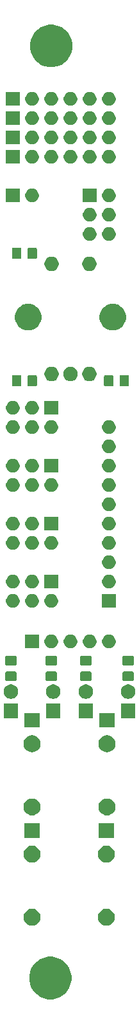
<source format=gbr>
G04 #@! TF.GenerationSoftware,KiCad,Pcbnew,(5.1.5-0-10_14)*
G04 #@! TF.CreationDate,2021-03-12T21:21:17+01:00*
G04 #@! TF.ProjectId,es_base,65735f62-6173-4652-9e6b-696361645f70,rev?*
G04 #@! TF.SameCoordinates,Original*
G04 #@! TF.FileFunction,Soldermask,Top*
G04 #@! TF.FilePolarity,Negative*
%FSLAX46Y46*%
G04 Gerber Fmt 4.6, Leading zero omitted, Abs format (unit mm)*
G04 Created by KiCad (PCBNEW (5.1.5-0-10_14)) date 2021-03-12 21:21:17*
%MOMM*%
%LPD*%
G04 APERTURE LIST*
%ADD10C,0.100000*%
G04 APERTURE END LIST*
D10*
G36*
X125417021Y-157906640D02*
G01*
X125926769Y-158117785D01*
X125926771Y-158117786D01*
X126385534Y-158424321D01*
X126775679Y-158814466D01*
X127082214Y-159273229D01*
X127082215Y-159273231D01*
X127293360Y-159782979D01*
X127401000Y-160324124D01*
X127401000Y-160875876D01*
X127293360Y-161417021D01*
X127082215Y-161926769D01*
X127082214Y-161926771D01*
X126775679Y-162385534D01*
X126385534Y-162775679D01*
X125926771Y-163082214D01*
X125926770Y-163082215D01*
X125926769Y-163082215D01*
X125417021Y-163293360D01*
X124875876Y-163401000D01*
X124324124Y-163401000D01*
X123782979Y-163293360D01*
X123273231Y-163082215D01*
X123273230Y-163082215D01*
X123273229Y-163082214D01*
X122814466Y-162775679D01*
X122424321Y-162385534D01*
X122117786Y-161926771D01*
X122117785Y-161926769D01*
X121906640Y-161417021D01*
X121799000Y-160875876D01*
X121799000Y-160324124D01*
X121906640Y-159782979D01*
X122117785Y-159273231D01*
X122117786Y-159273229D01*
X122424321Y-158814466D01*
X122814466Y-158424321D01*
X123273229Y-158117786D01*
X123273231Y-158117785D01*
X123782979Y-157906640D01*
X124324124Y-157799000D01*
X124875876Y-157799000D01*
X125417021Y-157906640D01*
G37*
G36*
X122427655Y-151512591D02*
G01*
X122499525Y-151526887D01*
X122702624Y-151611013D01*
X122885409Y-151733146D01*
X123040854Y-151888591D01*
X123162987Y-152071376D01*
X123247113Y-152274475D01*
X123290000Y-152490084D01*
X123290000Y-152709916D01*
X123247113Y-152925525D01*
X123162987Y-153128624D01*
X123040854Y-153311409D01*
X122885409Y-153466854D01*
X122702624Y-153588987D01*
X122499525Y-153673113D01*
X122427655Y-153687409D01*
X122283918Y-153716000D01*
X122064082Y-153716000D01*
X121920345Y-153687409D01*
X121848475Y-153673113D01*
X121645376Y-153588987D01*
X121462591Y-153466854D01*
X121307146Y-153311409D01*
X121185013Y-153128624D01*
X121100887Y-152925525D01*
X121058000Y-152709916D01*
X121058000Y-152490084D01*
X121100887Y-152274475D01*
X121185013Y-152071376D01*
X121307146Y-151888591D01*
X121462591Y-151733146D01*
X121645376Y-151611013D01*
X121848475Y-151526887D01*
X121920345Y-151512591D01*
X122064082Y-151484000D01*
X122283918Y-151484000D01*
X122427655Y-151512591D01*
G37*
G36*
X132253655Y-151512591D02*
G01*
X132325525Y-151526887D01*
X132528624Y-151611013D01*
X132711409Y-151733146D01*
X132866854Y-151888591D01*
X132988987Y-152071376D01*
X133073113Y-152274475D01*
X133116000Y-152490084D01*
X133116000Y-152709916D01*
X133073113Y-152925525D01*
X132988987Y-153128624D01*
X132866854Y-153311409D01*
X132711409Y-153466854D01*
X132528624Y-153588987D01*
X132325525Y-153673113D01*
X132253655Y-153687409D01*
X132109918Y-153716000D01*
X131890082Y-153716000D01*
X131746345Y-153687409D01*
X131674475Y-153673113D01*
X131471376Y-153588987D01*
X131288591Y-153466854D01*
X131133146Y-153311409D01*
X131011013Y-153128624D01*
X130926887Y-152925525D01*
X130884000Y-152709916D01*
X130884000Y-152490084D01*
X130926887Y-152274475D01*
X131011013Y-152071376D01*
X131133146Y-151888591D01*
X131288591Y-151733146D01*
X131471376Y-151611013D01*
X131674475Y-151526887D01*
X131746345Y-151512591D01*
X131890082Y-151484000D01*
X132109918Y-151484000D01*
X132253655Y-151512591D01*
G37*
G36*
X132253655Y-143212591D02*
G01*
X132325525Y-143226887D01*
X132528624Y-143311013D01*
X132711409Y-143433146D01*
X132866854Y-143588591D01*
X132988987Y-143771376D01*
X133073113Y-143974475D01*
X133116000Y-144190084D01*
X133116000Y-144409916D01*
X133073113Y-144625525D01*
X132988987Y-144828624D01*
X132866854Y-145011409D01*
X132711409Y-145166854D01*
X132528624Y-145288987D01*
X132325525Y-145373113D01*
X132253655Y-145387409D01*
X132109918Y-145416000D01*
X131890082Y-145416000D01*
X131746345Y-145387409D01*
X131674475Y-145373113D01*
X131471376Y-145288987D01*
X131288591Y-145166854D01*
X131133146Y-145011409D01*
X131011013Y-144828624D01*
X130926887Y-144625525D01*
X130884000Y-144409916D01*
X130884000Y-144190084D01*
X130926887Y-143974475D01*
X131011013Y-143771376D01*
X131133146Y-143588591D01*
X131288591Y-143433146D01*
X131471376Y-143311013D01*
X131674475Y-143226887D01*
X131746345Y-143212591D01*
X131890082Y-143184000D01*
X132109918Y-143184000D01*
X132253655Y-143212591D01*
G37*
G36*
X122427655Y-143212591D02*
G01*
X122499525Y-143226887D01*
X122702624Y-143311013D01*
X122885409Y-143433146D01*
X123040854Y-143588591D01*
X123162987Y-143771376D01*
X123247113Y-143974475D01*
X123290000Y-144190084D01*
X123290000Y-144409916D01*
X123247113Y-144625525D01*
X123162987Y-144828624D01*
X123040854Y-145011409D01*
X122885409Y-145166854D01*
X122702624Y-145288987D01*
X122499525Y-145373113D01*
X122427655Y-145387409D01*
X122283918Y-145416000D01*
X122064082Y-145416000D01*
X121920345Y-145387409D01*
X121848475Y-145373113D01*
X121645376Y-145288987D01*
X121462591Y-145166854D01*
X121307146Y-145011409D01*
X121185013Y-144828624D01*
X121100887Y-144625525D01*
X121058000Y-144409916D01*
X121058000Y-144190084D01*
X121100887Y-143974475D01*
X121185013Y-143771376D01*
X121307146Y-143588591D01*
X121462591Y-143433146D01*
X121645376Y-143311013D01*
X121848475Y-143226887D01*
X121920345Y-143212591D01*
X122064082Y-143184000D01*
X122283918Y-143184000D01*
X122427655Y-143212591D01*
G37*
G36*
X133016000Y-142166000D02*
G01*
X130984000Y-142166000D01*
X130984000Y-140234000D01*
X133016000Y-140234000D01*
X133016000Y-142166000D01*
G37*
G36*
X123190000Y-142166000D02*
G01*
X121158000Y-142166000D01*
X121158000Y-140234000D01*
X123190000Y-140234000D01*
X123190000Y-142166000D01*
G37*
G36*
X132333655Y-137012591D02*
G01*
X132405525Y-137026887D01*
X132608624Y-137111013D01*
X132791409Y-137233146D01*
X132946854Y-137388591D01*
X133068987Y-137571376D01*
X133153113Y-137774475D01*
X133196000Y-137990084D01*
X133196000Y-138209916D01*
X133153113Y-138425525D01*
X133068987Y-138628624D01*
X132946854Y-138811409D01*
X132791409Y-138966854D01*
X132608624Y-139088987D01*
X132405525Y-139173113D01*
X132333655Y-139187409D01*
X132189918Y-139216000D01*
X131970082Y-139216000D01*
X131826345Y-139187409D01*
X131754475Y-139173113D01*
X131551376Y-139088987D01*
X131368591Y-138966854D01*
X131213146Y-138811409D01*
X131091013Y-138628624D01*
X131006887Y-138425525D01*
X130964000Y-138209916D01*
X130964000Y-137990084D01*
X131006887Y-137774475D01*
X131091013Y-137571376D01*
X131213146Y-137388591D01*
X131368591Y-137233146D01*
X131551376Y-137111013D01*
X131754475Y-137026887D01*
X131826345Y-137012591D01*
X131970082Y-136984000D01*
X132189918Y-136984000D01*
X132333655Y-137012591D01*
G37*
G36*
X122427655Y-137012591D02*
G01*
X122499525Y-137026887D01*
X122702624Y-137111013D01*
X122885409Y-137233146D01*
X123040854Y-137388591D01*
X123162987Y-137571376D01*
X123247113Y-137774475D01*
X123290000Y-137990084D01*
X123290000Y-138209916D01*
X123247113Y-138425525D01*
X123162987Y-138628624D01*
X123040854Y-138811409D01*
X122885409Y-138966854D01*
X122702624Y-139088987D01*
X122499525Y-139173113D01*
X122427655Y-139187409D01*
X122283918Y-139216000D01*
X122064082Y-139216000D01*
X121920345Y-139187409D01*
X121848475Y-139173113D01*
X121645376Y-139088987D01*
X121462591Y-138966854D01*
X121307146Y-138811409D01*
X121185013Y-138628624D01*
X121100887Y-138425525D01*
X121058000Y-138209916D01*
X121058000Y-137990084D01*
X121100887Y-137774475D01*
X121185013Y-137571376D01*
X121307146Y-137388591D01*
X121462591Y-137233146D01*
X121645376Y-137111013D01*
X121848475Y-137026887D01*
X121920345Y-137012591D01*
X122064082Y-136984000D01*
X122283918Y-136984000D01*
X122427655Y-137012591D01*
G37*
G36*
X122427655Y-128712591D02*
G01*
X122499525Y-128726887D01*
X122702624Y-128811013D01*
X122885409Y-128933146D01*
X123040854Y-129088591D01*
X123162987Y-129271376D01*
X123247113Y-129474475D01*
X123290000Y-129690084D01*
X123290000Y-129909916D01*
X123247113Y-130125525D01*
X123162987Y-130328624D01*
X123040854Y-130511409D01*
X122885409Y-130666854D01*
X122702624Y-130788987D01*
X122499525Y-130873113D01*
X122427655Y-130887409D01*
X122283918Y-130916000D01*
X122064082Y-130916000D01*
X121920345Y-130887409D01*
X121848475Y-130873113D01*
X121645376Y-130788987D01*
X121462591Y-130666854D01*
X121307146Y-130511409D01*
X121185013Y-130328624D01*
X121100887Y-130125525D01*
X121058000Y-129909916D01*
X121058000Y-129690084D01*
X121100887Y-129474475D01*
X121185013Y-129271376D01*
X121307146Y-129088591D01*
X121462591Y-128933146D01*
X121645376Y-128811013D01*
X121848475Y-128726887D01*
X121920345Y-128712591D01*
X122064082Y-128684000D01*
X122283918Y-128684000D01*
X122427655Y-128712591D01*
G37*
G36*
X132333655Y-128712591D02*
G01*
X132405525Y-128726887D01*
X132608624Y-128811013D01*
X132791409Y-128933146D01*
X132946854Y-129088591D01*
X133068987Y-129271376D01*
X133153113Y-129474475D01*
X133196000Y-129690084D01*
X133196000Y-129909916D01*
X133153113Y-130125525D01*
X133068987Y-130328624D01*
X132946854Y-130511409D01*
X132791409Y-130666854D01*
X132608624Y-130788987D01*
X132405525Y-130873113D01*
X132333655Y-130887409D01*
X132189918Y-130916000D01*
X131970082Y-130916000D01*
X131826345Y-130887409D01*
X131754475Y-130873113D01*
X131551376Y-130788987D01*
X131368591Y-130666854D01*
X131213146Y-130511409D01*
X131091013Y-130328624D01*
X131006887Y-130125525D01*
X130964000Y-129909916D01*
X130964000Y-129690084D01*
X131006887Y-129474475D01*
X131091013Y-129271376D01*
X131213146Y-129088591D01*
X131368591Y-128933146D01*
X131551376Y-128811013D01*
X131754475Y-128726887D01*
X131826345Y-128712591D01*
X131970082Y-128684000D01*
X132189918Y-128684000D01*
X132333655Y-128712591D01*
G37*
G36*
X123190000Y-127666000D02*
G01*
X121158000Y-127666000D01*
X121158000Y-125734000D01*
X123190000Y-125734000D01*
X123190000Y-127666000D01*
G37*
G36*
X133096000Y-127666000D02*
G01*
X131064000Y-127666000D01*
X131064000Y-125734000D01*
X133096000Y-125734000D01*
X133096000Y-127666000D01*
G37*
G36*
X135825000Y-126427000D02*
G01*
X133923000Y-126427000D01*
X133923000Y-124525000D01*
X135825000Y-124525000D01*
X135825000Y-126427000D01*
G37*
G36*
X130237000Y-126427000D02*
G01*
X128335000Y-126427000D01*
X128335000Y-124525000D01*
X130237000Y-124525000D01*
X130237000Y-126427000D01*
G37*
G36*
X125919000Y-126427000D02*
G01*
X124017000Y-126427000D01*
X124017000Y-124525000D01*
X125919000Y-124525000D01*
X125919000Y-126427000D01*
G37*
G36*
X120331000Y-126427000D02*
G01*
X118429000Y-126427000D01*
X118429000Y-124525000D01*
X120331000Y-124525000D01*
X120331000Y-126427000D01*
G37*
G36*
X125245395Y-122021546D02*
G01*
X125418466Y-122093234D01*
X125418467Y-122093235D01*
X125574227Y-122197310D01*
X125706690Y-122329773D01*
X125706691Y-122329775D01*
X125810766Y-122485534D01*
X125882454Y-122658605D01*
X125919000Y-122842333D01*
X125919000Y-123029667D01*
X125882454Y-123213395D01*
X125810766Y-123386466D01*
X125810765Y-123386467D01*
X125706690Y-123542227D01*
X125574227Y-123674690D01*
X125495818Y-123727081D01*
X125418466Y-123778766D01*
X125245395Y-123850454D01*
X125061667Y-123887000D01*
X124874333Y-123887000D01*
X124690605Y-123850454D01*
X124517534Y-123778766D01*
X124440182Y-123727081D01*
X124361773Y-123674690D01*
X124229310Y-123542227D01*
X124125235Y-123386467D01*
X124125234Y-123386466D01*
X124053546Y-123213395D01*
X124017000Y-123029667D01*
X124017000Y-122842333D01*
X124053546Y-122658605D01*
X124125234Y-122485534D01*
X124229309Y-122329775D01*
X124229310Y-122329773D01*
X124361773Y-122197310D01*
X124517533Y-122093235D01*
X124517534Y-122093234D01*
X124690605Y-122021546D01*
X124874333Y-121985000D01*
X125061667Y-121985000D01*
X125245395Y-122021546D01*
G37*
G36*
X135151395Y-122021546D02*
G01*
X135324466Y-122093234D01*
X135324467Y-122093235D01*
X135480227Y-122197310D01*
X135612690Y-122329773D01*
X135612691Y-122329775D01*
X135716766Y-122485534D01*
X135788454Y-122658605D01*
X135825000Y-122842333D01*
X135825000Y-123029667D01*
X135788454Y-123213395D01*
X135716766Y-123386466D01*
X135716765Y-123386467D01*
X135612690Y-123542227D01*
X135480227Y-123674690D01*
X135401818Y-123727081D01*
X135324466Y-123778766D01*
X135151395Y-123850454D01*
X134967667Y-123887000D01*
X134780333Y-123887000D01*
X134596605Y-123850454D01*
X134423534Y-123778766D01*
X134346182Y-123727081D01*
X134267773Y-123674690D01*
X134135310Y-123542227D01*
X134031235Y-123386467D01*
X134031234Y-123386466D01*
X133959546Y-123213395D01*
X133923000Y-123029667D01*
X133923000Y-122842333D01*
X133959546Y-122658605D01*
X134031234Y-122485534D01*
X134135309Y-122329775D01*
X134135310Y-122329773D01*
X134267773Y-122197310D01*
X134423533Y-122093235D01*
X134423534Y-122093234D01*
X134596605Y-122021546D01*
X134780333Y-121985000D01*
X134967667Y-121985000D01*
X135151395Y-122021546D01*
G37*
G36*
X129563395Y-122021546D02*
G01*
X129736466Y-122093234D01*
X129736467Y-122093235D01*
X129892227Y-122197310D01*
X130024690Y-122329773D01*
X130024691Y-122329775D01*
X130128766Y-122485534D01*
X130200454Y-122658605D01*
X130237000Y-122842333D01*
X130237000Y-123029667D01*
X130200454Y-123213395D01*
X130128766Y-123386466D01*
X130128765Y-123386467D01*
X130024690Y-123542227D01*
X129892227Y-123674690D01*
X129813818Y-123727081D01*
X129736466Y-123778766D01*
X129563395Y-123850454D01*
X129379667Y-123887000D01*
X129192333Y-123887000D01*
X129008605Y-123850454D01*
X128835534Y-123778766D01*
X128758182Y-123727081D01*
X128679773Y-123674690D01*
X128547310Y-123542227D01*
X128443235Y-123386467D01*
X128443234Y-123386466D01*
X128371546Y-123213395D01*
X128335000Y-123029667D01*
X128335000Y-122842333D01*
X128371546Y-122658605D01*
X128443234Y-122485534D01*
X128547309Y-122329775D01*
X128547310Y-122329773D01*
X128679773Y-122197310D01*
X128835533Y-122093235D01*
X128835534Y-122093234D01*
X129008605Y-122021546D01*
X129192333Y-121985000D01*
X129379667Y-121985000D01*
X129563395Y-122021546D01*
G37*
G36*
X119657395Y-122021546D02*
G01*
X119830466Y-122093234D01*
X119830467Y-122093235D01*
X119986227Y-122197310D01*
X120118690Y-122329773D01*
X120118691Y-122329775D01*
X120222766Y-122485534D01*
X120294454Y-122658605D01*
X120331000Y-122842333D01*
X120331000Y-123029667D01*
X120294454Y-123213395D01*
X120222766Y-123386466D01*
X120222765Y-123386467D01*
X120118690Y-123542227D01*
X119986227Y-123674690D01*
X119907818Y-123727081D01*
X119830466Y-123778766D01*
X119657395Y-123850454D01*
X119473667Y-123887000D01*
X119286333Y-123887000D01*
X119102605Y-123850454D01*
X118929534Y-123778766D01*
X118852182Y-123727081D01*
X118773773Y-123674690D01*
X118641310Y-123542227D01*
X118537235Y-123386467D01*
X118537234Y-123386466D01*
X118465546Y-123213395D01*
X118429000Y-123029667D01*
X118429000Y-122842333D01*
X118465546Y-122658605D01*
X118537234Y-122485534D01*
X118641309Y-122329775D01*
X118641310Y-122329773D01*
X118773773Y-122197310D01*
X118929533Y-122093235D01*
X118929534Y-122093234D01*
X119102605Y-122021546D01*
X119286333Y-121985000D01*
X119473667Y-121985000D01*
X119657395Y-122021546D01*
G37*
G36*
X125302674Y-120282465D02*
G01*
X125340367Y-120293899D01*
X125375103Y-120312466D01*
X125405548Y-120337452D01*
X125430534Y-120367897D01*
X125449101Y-120402633D01*
X125460535Y-120440326D01*
X125465000Y-120485661D01*
X125465000Y-121322339D01*
X125460535Y-121367674D01*
X125449101Y-121405367D01*
X125430534Y-121440103D01*
X125405548Y-121470548D01*
X125375103Y-121495534D01*
X125340367Y-121514101D01*
X125302674Y-121525535D01*
X125257339Y-121530000D01*
X124170661Y-121530000D01*
X124125326Y-121525535D01*
X124087633Y-121514101D01*
X124052897Y-121495534D01*
X124022452Y-121470548D01*
X123997466Y-121440103D01*
X123978899Y-121405367D01*
X123967465Y-121367674D01*
X123963000Y-121322339D01*
X123963000Y-120485661D01*
X123967465Y-120440326D01*
X123978899Y-120402633D01*
X123997466Y-120367897D01*
X124022452Y-120337452D01*
X124052897Y-120312466D01*
X124087633Y-120293899D01*
X124125326Y-120282465D01*
X124170661Y-120278000D01*
X125257339Y-120278000D01*
X125302674Y-120282465D01*
G37*
G36*
X129874674Y-120282465D02*
G01*
X129912367Y-120293899D01*
X129947103Y-120312466D01*
X129977548Y-120337452D01*
X130002534Y-120367897D01*
X130021101Y-120402633D01*
X130032535Y-120440326D01*
X130037000Y-120485661D01*
X130037000Y-121322339D01*
X130032535Y-121367674D01*
X130021101Y-121405367D01*
X130002534Y-121440103D01*
X129977548Y-121470548D01*
X129947103Y-121495534D01*
X129912367Y-121514101D01*
X129874674Y-121525535D01*
X129829339Y-121530000D01*
X128742661Y-121530000D01*
X128697326Y-121525535D01*
X128659633Y-121514101D01*
X128624897Y-121495534D01*
X128594452Y-121470548D01*
X128569466Y-121440103D01*
X128550899Y-121405367D01*
X128539465Y-121367674D01*
X128535000Y-121322339D01*
X128535000Y-120485661D01*
X128539465Y-120440326D01*
X128550899Y-120402633D01*
X128569466Y-120367897D01*
X128594452Y-120337452D01*
X128624897Y-120312466D01*
X128659633Y-120293899D01*
X128697326Y-120282465D01*
X128742661Y-120278000D01*
X129829339Y-120278000D01*
X129874674Y-120282465D01*
G37*
G36*
X135462674Y-120282465D02*
G01*
X135500367Y-120293899D01*
X135535103Y-120312466D01*
X135565548Y-120337452D01*
X135590534Y-120367897D01*
X135609101Y-120402633D01*
X135620535Y-120440326D01*
X135625000Y-120485661D01*
X135625000Y-121322339D01*
X135620535Y-121367674D01*
X135609101Y-121405367D01*
X135590534Y-121440103D01*
X135565548Y-121470548D01*
X135535103Y-121495534D01*
X135500367Y-121514101D01*
X135462674Y-121525535D01*
X135417339Y-121530000D01*
X134330661Y-121530000D01*
X134285326Y-121525535D01*
X134247633Y-121514101D01*
X134212897Y-121495534D01*
X134182452Y-121470548D01*
X134157466Y-121440103D01*
X134138899Y-121405367D01*
X134127465Y-121367674D01*
X134123000Y-121322339D01*
X134123000Y-120485661D01*
X134127465Y-120440326D01*
X134138899Y-120402633D01*
X134157466Y-120367897D01*
X134182452Y-120337452D01*
X134212897Y-120312466D01*
X134247633Y-120293899D01*
X134285326Y-120282465D01*
X134330661Y-120278000D01*
X135417339Y-120278000D01*
X135462674Y-120282465D01*
G37*
G36*
X119968674Y-120282465D02*
G01*
X120006367Y-120293899D01*
X120041103Y-120312466D01*
X120071548Y-120337452D01*
X120096534Y-120367897D01*
X120115101Y-120402633D01*
X120126535Y-120440326D01*
X120131000Y-120485661D01*
X120131000Y-121322339D01*
X120126535Y-121367674D01*
X120115101Y-121405367D01*
X120096534Y-121440103D01*
X120071548Y-121470548D01*
X120041103Y-121495534D01*
X120006367Y-121514101D01*
X119968674Y-121525535D01*
X119923339Y-121530000D01*
X118836661Y-121530000D01*
X118791326Y-121525535D01*
X118753633Y-121514101D01*
X118718897Y-121495534D01*
X118688452Y-121470548D01*
X118663466Y-121440103D01*
X118644899Y-121405367D01*
X118633465Y-121367674D01*
X118629000Y-121322339D01*
X118629000Y-120485661D01*
X118633465Y-120440326D01*
X118644899Y-120402633D01*
X118663466Y-120367897D01*
X118688452Y-120337452D01*
X118718897Y-120312466D01*
X118753633Y-120293899D01*
X118791326Y-120282465D01*
X118836661Y-120278000D01*
X119923339Y-120278000D01*
X119968674Y-120282465D01*
G37*
G36*
X125302674Y-118232465D02*
G01*
X125340367Y-118243899D01*
X125375103Y-118262466D01*
X125405548Y-118287452D01*
X125430534Y-118317897D01*
X125449101Y-118352633D01*
X125460535Y-118390326D01*
X125465000Y-118435661D01*
X125465000Y-119272339D01*
X125460535Y-119317674D01*
X125449101Y-119355367D01*
X125430534Y-119390103D01*
X125405548Y-119420548D01*
X125375103Y-119445534D01*
X125340367Y-119464101D01*
X125302674Y-119475535D01*
X125257339Y-119480000D01*
X124170661Y-119480000D01*
X124125326Y-119475535D01*
X124087633Y-119464101D01*
X124052897Y-119445534D01*
X124022452Y-119420548D01*
X123997466Y-119390103D01*
X123978899Y-119355367D01*
X123967465Y-119317674D01*
X123963000Y-119272339D01*
X123963000Y-118435661D01*
X123967465Y-118390326D01*
X123978899Y-118352633D01*
X123997466Y-118317897D01*
X124022452Y-118287452D01*
X124052897Y-118262466D01*
X124087633Y-118243899D01*
X124125326Y-118232465D01*
X124170661Y-118228000D01*
X125257339Y-118228000D01*
X125302674Y-118232465D01*
G37*
G36*
X129874674Y-118232465D02*
G01*
X129912367Y-118243899D01*
X129947103Y-118262466D01*
X129977548Y-118287452D01*
X130002534Y-118317897D01*
X130021101Y-118352633D01*
X130032535Y-118390326D01*
X130037000Y-118435661D01*
X130037000Y-119272339D01*
X130032535Y-119317674D01*
X130021101Y-119355367D01*
X130002534Y-119390103D01*
X129977548Y-119420548D01*
X129947103Y-119445534D01*
X129912367Y-119464101D01*
X129874674Y-119475535D01*
X129829339Y-119480000D01*
X128742661Y-119480000D01*
X128697326Y-119475535D01*
X128659633Y-119464101D01*
X128624897Y-119445534D01*
X128594452Y-119420548D01*
X128569466Y-119390103D01*
X128550899Y-119355367D01*
X128539465Y-119317674D01*
X128535000Y-119272339D01*
X128535000Y-118435661D01*
X128539465Y-118390326D01*
X128550899Y-118352633D01*
X128569466Y-118317897D01*
X128594452Y-118287452D01*
X128624897Y-118262466D01*
X128659633Y-118243899D01*
X128697326Y-118232465D01*
X128742661Y-118228000D01*
X129829339Y-118228000D01*
X129874674Y-118232465D01*
G37*
G36*
X135462674Y-118232465D02*
G01*
X135500367Y-118243899D01*
X135535103Y-118262466D01*
X135565548Y-118287452D01*
X135590534Y-118317897D01*
X135609101Y-118352633D01*
X135620535Y-118390326D01*
X135625000Y-118435661D01*
X135625000Y-119272339D01*
X135620535Y-119317674D01*
X135609101Y-119355367D01*
X135590534Y-119390103D01*
X135565548Y-119420548D01*
X135535103Y-119445534D01*
X135500367Y-119464101D01*
X135462674Y-119475535D01*
X135417339Y-119480000D01*
X134330661Y-119480000D01*
X134285326Y-119475535D01*
X134247633Y-119464101D01*
X134212897Y-119445534D01*
X134182452Y-119420548D01*
X134157466Y-119390103D01*
X134138899Y-119355367D01*
X134127465Y-119317674D01*
X134123000Y-119272339D01*
X134123000Y-118435661D01*
X134127465Y-118390326D01*
X134138899Y-118352633D01*
X134157466Y-118317897D01*
X134182452Y-118287452D01*
X134212897Y-118262466D01*
X134247633Y-118243899D01*
X134285326Y-118232465D01*
X134330661Y-118228000D01*
X135417339Y-118228000D01*
X135462674Y-118232465D01*
G37*
G36*
X119968674Y-118232465D02*
G01*
X120006367Y-118243899D01*
X120041103Y-118262466D01*
X120071548Y-118287452D01*
X120096534Y-118317897D01*
X120115101Y-118352633D01*
X120126535Y-118390326D01*
X120131000Y-118435661D01*
X120131000Y-119272339D01*
X120126535Y-119317674D01*
X120115101Y-119355367D01*
X120096534Y-119390103D01*
X120071548Y-119420548D01*
X120041103Y-119445534D01*
X120006367Y-119464101D01*
X119968674Y-119475535D01*
X119923339Y-119480000D01*
X118836661Y-119480000D01*
X118791326Y-119475535D01*
X118753633Y-119464101D01*
X118718897Y-119445534D01*
X118688452Y-119420548D01*
X118663466Y-119390103D01*
X118644899Y-119355367D01*
X118633465Y-119317674D01*
X118629000Y-119272339D01*
X118629000Y-118435661D01*
X118633465Y-118390326D01*
X118644899Y-118352633D01*
X118663466Y-118317897D01*
X118688452Y-118287452D01*
X118718897Y-118262466D01*
X118753633Y-118243899D01*
X118791326Y-118232465D01*
X118836661Y-118228000D01*
X119923339Y-118228000D01*
X119968674Y-118232465D01*
G37*
G36*
X132447512Y-115435927D02*
G01*
X132596812Y-115465624D01*
X132760784Y-115533544D01*
X132908354Y-115632147D01*
X133033853Y-115757646D01*
X133132456Y-115905216D01*
X133200376Y-116069188D01*
X133235000Y-116243259D01*
X133235000Y-116420741D01*
X133200376Y-116594812D01*
X133132456Y-116758784D01*
X133033853Y-116906354D01*
X132908354Y-117031853D01*
X132760784Y-117130456D01*
X132596812Y-117198376D01*
X132447512Y-117228073D01*
X132422742Y-117233000D01*
X132245258Y-117233000D01*
X132220488Y-117228073D01*
X132071188Y-117198376D01*
X131907216Y-117130456D01*
X131759646Y-117031853D01*
X131634147Y-116906354D01*
X131535544Y-116758784D01*
X131467624Y-116594812D01*
X131433000Y-116420741D01*
X131433000Y-116243259D01*
X131467624Y-116069188D01*
X131535544Y-115905216D01*
X131634147Y-115757646D01*
X131759646Y-115632147D01*
X131907216Y-115533544D01*
X132071188Y-115465624D01*
X132220488Y-115435927D01*
X132245258Y-115431000D01*
X132422742Y-115431000D01*
X132447512Y-115435927D01*
G37*
G36*
X129907512Y-115435927D02*
G01*
X130056812Y-115465624D01*
X130220784Y-115533544D01*
X130368354Y-115632147D01*
X130493853Y-115757646D01*
X130592456Y-115905216D01*
X130660376Y-116069188D01*
X130695000Y-116243259D01*
X130695000Y-116420741D01*
X130660376Y-116594812D01*
X130592456Y-116758784D01*
X130493853Y-116906354D01*
X130368354Y-117031853D01*
X130220784Y-117130456D01*
X130056812Y-117198376D01*
X129907512Y-117228073D01*
X129882742Y-117233000D01*
X129705258Y-117233000D01*
X129680488Y-117228073D01*
X129531188Y-117198376D01*
X129367216Y-117130456D01*
X129219646Y-117031853D01*
X129094147Y-116906354D01*
X128995544Y-116758784D01*
X128927624Y-116594812D01*
X128893000Y-116420741D01*
X128893000Y-116243259D01*
X128927624Y-116069188D01*
X128995544Y-115905216D01*
X129094147Y-115757646D01*
X129219646Y-115632147D01*
X129367216Y-115533544D01*
X129531188Y-115465624D01*
X129680488Y-115435927D01*
X129705258Y-115431000D01*
X129882742Y-115431000D01*
X129907512Y-115435927D01*
G37*
G36*
X127367512Y-115435927D02*
G01*
X127516812Y-115465624D01*
X127680784Y-115533544D01*
X127828354Y-115632147D01*
X127953853Y-115757646D01*
X128052456Y-115905216D01*
X128120376Y-116069188D01*
X128155000Y-116243259D01*
X128155000Y-116420741D01*
X128120376Y-116594812D01*
X128052456Y-116758784D01*
X127953853Y-116906354D01*
X127828354Y-117031853D01*
X127680784Y-117130456D01*
X127516812Y-117198376D01*
X127367512Y-117228073D01*
X127342742Y-117233000D01*
X127165258Y-117233000D01*
X127140488Y-117228073D01*
X126991188Y-117198376D01*
X126827216Y-117130456D01*
X126679646Y-117031853D01*
X126554147Y-116906354D01*
X126455544Y-116758784D01*
X126387624Y-116594812D01*
X126353000Y-116420741D01*
X126353000Y-116243259D01*
X126387624Y-116069188D01*
X126455544Y-115905216D01*
X126554147Y-115757646D01*
X126679646Y-115632147D01*
X126827216Y-115533544D01*
X126991188Y-115465624D01*
X127140488Y-115435927D01*
X127165258Y-115431000D01*
X127342742Y-115431000D01*
X127367512Y-115435927D01*
G37*
G36*
X124827512Y-115435927D02*
G01*
X124976812Y-115465624D01*
X125140784Y-115533544D01*
X125288354Y-115632147D01*
X125413853Y-115757646D01*
X125512456Y-115905216D01*
X125580376Y-116069188D01*
X125615000Y-116243259D01*
X125615000Y-116420741D01*
X125580376Y-116594812D01*
X125512456Y-116758784D01*
X125413853Y-116906354D01*
X125288354Y-117031853D01*
X125140784Y-117130456D01*
X124976812Y-117198376D01*
X124827512Y-117228073D01*
X124802742Y-117233000D01*
X124625258Y-117233000D01*
X124600488Y-117228073D01*
X124451188Y-117198376D01*
X124287216Y-117130456D01*
X124139646Y-117031853D01*
X124014147Y-116906354D01*
X123915544Y-116758784D01*
X123847624Y-116594812D01*
X123813000Y-116420741D01*
X123813000Y-116243259D01*
X123847624Y-116069188D01*
X123915544Y-115905216D01*
X124014147Y-115757646D01*
X124139646Y-115632147D01*
X124287216Y-115533544D01*
X124451188Y-115465624D01*
X124600488Y-115435927D01*
X124625258Y-115431000D01*
X124802742Y-115431000D01*
X124827512Y-115435927D01*
G37*
G36*
X123075000Y-117233000D02*
G01*
X121273000Y-117233000D01*
X121273000Y-115431000D01*
X123075000Y-115431000D01*
X123075000Y-117233000D01*
G37*
G36*
X124827512Y-110101927D02*
G01*
X124976812Y-110131624D01*
X125140784Y-110199544D01*
X125288354Y-110298147D01*
X125413853Y-110423646D01*
X125512456Y-110571216D01*
X125580376Y-110735188D01*
X125615000Y-110909259D01*
X125615000Y-111086741D01*
X125580376Y-111260812D01*
X125512456Y-111424784D01*
X125413853Y-111572354D01*
X125288354Y-111697853D01*
X125140784Y-111796456D01*
X124976812Y-111864376D01*
X124827512Y-111894073D01*
X124802742Y-111899000D01*
X124625258Y-111899000D01*
X124600488Y-111894073D01*
X124451188Y-111864376D01*
X124287216Y-111796456D01*
X124139646Y-111697853D01*
X124014147Y-111572354D01*
X123915544Y-111424784D01*
X123847624Y-111260812D01*
X123813000Y-111086741D01*
X123813000Y-110909259D01*
X123847624Y-110735188D01*
X123915544Y-110571216D01*
X124014147Y-110423646D01*
X124139646Y-110298147D01*
X124287216Y-110199544D01*
X124451188Y-110131624D01*
X124600488Y-110101927D01*
X124625258Y-110097000D01*
X124802742Y-110097000D01*
X124827512Y-110101927D01*
G37*
G36*
X133235000Y-111899000D02*
G01*
X131433000Y-111899000D01*
X131433000Y-110097000D01*
X133235000Y-110097000D01*
X133235000Y-111899000D01*
G37*
G36*
X122287512Y-110101927D02*
G01*
X122436812Y-110131624D01*
X122600784Y-110199544D01*
X122748354Y-110298147D01*
X122873853Y-110423646D01*
X122972456Y-110571216D01*
X123040376Y-110735188D01*
X123075000Y-110909259D01*
X123075000Y-111086741D01*
X123040376Y-111260812D01*
X122972456Y-111424784D01*
X122873853Y-111572354D01*
X122748354Y-111697853D01*
X122600784Y-111796456D01*
X122436812Y-111864376D01*
X122287512Y-111894073D01*
X122262742Y-111899000D01*
X122085258Y-111899000D01*
X122060488Y-111894073D01*
X121911188Y-111864376D01*
X121747216Y-111796456D01*
X121599646Y-111697853D01*
X121474147Y-111572354D01*
X121375544Y-111424784D01*
X121307624Y-111260812D01*
X121273000Y-111086741D01*
X121273000Y-110909259D01*
X121307624Y-110735188D01*
X121375544Y-110571216D01*
X121474147Y-110423646D01*
X121599646Y-110298147D01*
X121747216Y-110199544D01*
X121911188Y-110131624D01*
X122060488Y-110101927D01*
X122085258Y-110097000D01*
X122262742Y-110097000D01*
X122287512Y-110101927D01*
G37*
G36*
X119747512Y-110101927D02*
G01*
X119896812Y-110131624D01*
X120060784Y-110199544D01*
X120208354Y-110298147D01*
X120333853Y-110423646D01*
X120432456Y-110571216D01*
X120500376Y-110735188D01*
X120535000Y-110909259D01*
X120535000Y-111086741D01*
X120500376Y-111260812D01*
X120432456Y-111424784D01*
X120333853Y-111572354D01*
X120208354Y-111697853D01*
X120060784Y-111796456D01*
X119896812Y-111864376D01*
X119747512Y-111894073D01*
X119722742Y-111899000D01*
X119545258Y-111899000D01*
X119520488Y-111894073D01*
X119371188Y-111864376D01*
X119207216Y-111796456D01*
X119059646Y-111697853D01*
X118934147Y-111572354D01*
X118835544Y-111424784D01*
X118767624Y-111260812D01*
X118733000Y-111086741D01*
X118733000Y-110909259D01*
X118767624Y-110735188D01*
X118835544Y-110571216D01*
X118934147Y-110423646D01*
X119059646Y-110298147D01*
X119207216Y-110199544D01*
X119371188Y-110131624D01*
X119520488Y-110101927D01*
X119545258Y-110097000D01*
X119722742Y-110097000D01*
X119747512Y-110101927D01*
G37*
G36*
X132447512Y-107561927D02*
G01*
X132596812Y-107591624D01*
X132760784Y-107659544D01*
X132908354Y-107758147D01*
X133033853Y-107883646D01*
X133132456Y-108031216D01*
X133200376Y-108195188D01*
X133235000Y-108369259D01*
X133235000Y-108546741D01*
X133200376Y-108720812D01*
X133132456Y-108884784D01*
X133033853Y-109032354D01*
X132908354Y-109157853D01*
X132760784Y-109256456D01*
X132596812Y-109324376D01*
X132447512Y-109354073D01*
X132422742Y-109359000D01*
X132245258Y-109359000D01*
X132220488Y-109354073D01*
X132071188Y-109324376D01*
X131907216Y-109256456D01*
X131759646Y-109157853D01*
X131634147Y-109032354D01*
X131535544Y-108884784D01*
X131467624Y-108720812D01*
X131433000Y-108546741D01*
X131433000Y-108369259D01*
X131467624Y-108195188D01*
X131535544Y-108031216D01*
X131634147Y-107883646D01*
X131759646Y-107758147D01*
X131907216Y-107659544D01*
X132071188Y-107591624D01*
X132220488Y-107561927D01*
X132245258Y-107557000D01*
X132422742Y-107557000D01*
X132447512Y-107561927D01*
G37*
G36*
X125615000Y-109359000D02*
G01*
X123813000Y-109359000D01*
X123813000Y-107557000D01*
X125615000Y-107557000D01*
X125615000Y-109359000D01*
G37*
G36*
X122287512Y-107561927D02*
G01*
X122436812Y-107591624D01*
X122600784Y-107659544D01*
X122748354Y-107758147D01*
X122873853Y-107883646D01*
X122972456Y-108031216D01*
X123040376Y-108195188D01*
X123075000Y-108369259D01*
X123075000Y-108546741D01*
X123040376Y-108720812D01*
X122972456Y-108884784D01*
X122873853Y-109032354D01*
X122748354Y-109157853D01*
X122600784Y-109256456D01*
X122436812Y-109324376D01*
X122287512Y-109354073D01*
X122262742Y-109359000D01*
X122085258Y-109359000D01*
X122060488Y-109354073D01*
X121911188Y-109324376D01*
X121747216Y-109256456D01*
X121599646Y-109157853D01*
X121474147Y-109032354D01*
X121375544Y-108884784D01*
X121307624Y-108720812D01*
X121273000Y-108546741D01*
X121273000Y-108369259D01*
X121307624Y-108195188D01*
X121375544Y-108031216D01*
X121474147Y-107883646D01*
X121599646Y-107758147D01*
X121747216Y-107659544D01*
X121911188Y-107591624D01*
X122060488Y-107561927D01*
X122085258Y-107557000D01*
X122262742Y-107557000D01*
X122287512Y-107561927D01*
G37*
G36*
X119747512Y-107561927D02*
G01*
X119896812Y-107591624D01*
X120060784Y-107659544D01*
X120208354Y-107758147D01*
X120333853Y-107883646D01*
X120432456Y-108031216D01*
X120500376Y-108195188D01*
X120535000Y-108369259D01*
X120535000Y-108546741D01*
X120500376Y-108720812D01*
X120432456Y-108884784D01*
X120333853Y-109032354D01*
X120208354Y-109157853D01*
X120060784Y-109256456D01*
X119896812Y-109324376D01*
X119747512Y-109354073D01*
X119722742Y-109359000D01*
X119545258Y-109359000D01*
X119520488Y-109354073D01*
X119371188Y-109324376D01*
X119207216Y-109256456D01*
X119059646Y-109157853D01*
X118934147Y-109032354D01*
X118835544Y-108884784D01*
X118767624Y-108720812D01*
X118733000Y-108546741D01*
X118733000Y-108369259D01*
X118767624Y-108195188D01*
X118835544Y-108031216D01*
X118934147Y-107883646D01*
X119059646Y-107758147D01*
X119207216Y-107659544D01*
X119371188Y-107591624D01*
X119520488Y-107561927D01*
X119545258Y-107557000D01*
X119722742Y-107557000D01*
X119747512Y-107561927D01*
G37*
G36*
X132447512Y-105021927D02*
G01*
X132596812Y-105051624D01*
X132760784Y-105119544D01*
X132908354Y-105218147D01*
X133033853Y-105343646D01*
X133132456Y-105491216D01*
X133200376Y-105655188D01*
X133235000Y-105829259D01*
X133235000Y-106006741D01*
X133200376Y-106180812D01*
X133132456Y-106344784D01*
X133033853Y-106492354D01*
X132908354Y-106617853D01*
X132760784Y-106716456D01*
X132596812Y-106784376D01*
X132447512Y-106814073D01*
X132422742Y-106819000D01*
X132245258Y-106819000D01*
X132220488Y-106814073D01*
X132071188Y-106784376D01*
X131907216Y-106716456D01*
X131759646Y-106617853D01*
X131634147Y-106492354D01*
X131535544Y-106344784D01*
X131467624Y-106180812D01*
X131433000Y-106006741D01*
X131433000Y-105829259D01*
X131467624Y-105655188D01*
X131535544Y-105491216D01*
X131634147Y-105343646D01*
X131759646Y-105218147D01*
X131907216Y-105119544D01*
X132071188Y-105051624D01*
X132220488Y-105021927D01*
X132245258Y-105017000D01*
X132422742Y-105017000D01*
X132447512Y-105021927D01*
G37*
G36*
X124827512Y-102481927D02*
G01*
X124976812Y-102511624D01*
X125140784Y-102579544D01*
X125288354Y-102678147D01*
X125413853Y-102803646D01*
X125512456Y-102951216D01*
X125580376Y-103115188D01*
X125615000Y-103289259D01*
X125615000Y-103466741D01*
X125580376Y-103640812D01*
X125512456Y-103804784D01*
X125413853Y-103952354D01*
X125288354Y-104077853D01*
X125140784Y-104176456D01*
X124976812Y-104244376D01*
X124827512Y-104274073D01*
X124802742Y-104279000D01*
X124625258Y-104279000D01*
X124600488Y-104274073D01*
X124451188Y-104244376D01*
X124287216Y-104176456D01*
X124139646Y-104077853D01*
X124014147Y-103952354D01*
X123915544Y-103804784D01*
X123847624Y-103640812D01*
X123813000Y-103466741D01*
X123813000Y-103289259D01*
X123847624Y-103115188D01*
X123915544Y-102951216D01*
X124014147Y-102803646D01*
X124139646Y-102678147D01*
X124287216Y-102579544D01*
X124451188Y-102511624D01*
X124600488Y-102481927D01*
X124625258Y-102477000D01*
X124802742Y-102477000D01*
X124827512Y-102481927D01*
G37*
G36*
X119747512Y-102481927D02*
G01*
X119896812Y-102511624D01*
X120060784Y-102579544D01*
X120208354Y-102678147D01*
X120333853Y-102803646D01*
X120432456Y-102951216D01*
X120500376Y-103115188D01*
X120535000Y-103289259D01*
X120535000Y-103466741D01*
X120500376Y-103640812D01*
X120432456Y-103804784D01*
X120333853Y-103952354D01*
X120208354Y-104077853D01*
X120060784Y-104176456D01*
X119896812Y-104244376D01*
X119747512Y-104274073D01*
X119722742Y-104279000D01*
X119545258Y-104279000D01*
X119520488Y-104274073D01*
X119371188Y-104244376D01*
X119207216Y-104176456D01*
X119059646Y-104077853D01*
X118934147Y-103952354D01*
X118835544Y-103804784D01*
X118767624Y-103640812D01*
X118733000Y-103466741D01*
X118733000Y-103289259D01*
X118767624Y-103115188D01*
X118835544Y-102951216D01*
X118934147Y-102803646D01*
X119059646Y-102678147D01*
X119207216Y-102579544D01*
X119371188Y-102511624D01*
X119520488Y-102481927D01*
X119545258Y-102477000D01*
X119722742Y-102477000D01*
X119747512Y-102481927D01*
G37*
G36*
X122287512Y-102481927D02*
G01*
X122436812Y-102511624D01*
X122600784Y-102579544D01*
X122748354Y-102678147D01*
X122873853Y-102803646D01*
X122972456Y-102951216D01*
X123040376Y-103115188D01*
X123075000Y-103289259D01*
X123075000Y-103466741D01*
X123040376Y-103640812D01*
X122972456Y-103804784D01*
X122873853Y-103952354D01*
X122748354Y-104077853D01*
X122600784Y-104176456D01*
X122436812Y-104244376D01*
X122287512Y-104274073D01*
X122262742Y-104279000D01*
X122085258Y-104279000D01*
X122060488Y-104274073D01*
X121911188Y-104244376D01*
X121747216Y-104176456D01*
X121599646Y-104077853D01*
X121474147Y-103952354D01*
X121375544Y-103804784D01*
X121307624Y-103640812D01*
X121273000Y-103466741D01*
X121273000Y-103289259D01*
X121307624Y-103115188D01*
X121375544Y-102951216D01*
X121474147Y-102803646D01*
X121599646Y-102678147D01*
X121747216Y-102579544D01*
X121911188Y-102511624D01*
X122060488Y-102481927D01*
X122085258Y-102477000D01*
X122262742Y-102477000D01*
X122287512Y-102481927D01*
G37*
G36*
X132447512Y-102481927D02*
G01*
X132596812Y-102511624D01*
X132760784Y-102579544D01*
X132908354Y-102678147D01*
X133033853Y-102803646D01*
X133132456Y-102951216D01*
X133200376Y-103115188D01*
X133235000Y-103289259D01*
X133235000Y-103466741D01*
X133200376Y-103640812D01*
X133132456Y-103804784D01*
X133033853Y-103952354D01*
X132908354Y-104077853D01*
X132760784Y-104176456D01*
X132596812Y-104244376D01*
X132447512Y-104274073D01*
X132422742Y-104279000D01*
X132245258Y-104279000D01*
X132220488Y-104274073D01*
X132071188Y-104244376D01*
X131907216Y-104176456D01*
X131759646Y-104077853D01*
X131634147Y-103952354D01*
X131535544Y-103804784D01*
X131467624Y-103640812D01*
X131433000Y-103466741D01*
X131433000Y-103289259D01*
X131467624Y-103115188D01*
X131535544Y-102951216D01*
X131634147Y-102803646D01*
X131759646Y-102678147D01*
X131907216Y-102579544D01*
X132071188Y-102511624D01*
X132220488Y-102481927D01*
X132245258Y-102477000D01*
X132422742Y-102477000D01*
X132447512Y-102481927D01*
G37*
G36*
X132447512Y-99941927D02*
G01*
X132596812Y-99971624D01*
X132760784Y-100039544D01*
X132908354Y-100138147D01*
X133033853Y-100263646D01*
X133132456Y-100411216D01*
X133200376Y-100575188D01*
X133235000Y-100749259D01*
X133235000Y-100926741D01*
X133200376Y-101100812D01*
X133132456Y-101264784D01*
X133033853Y-101412354D01*
X132908354Y-101537853D01*
X132760784Y-101636456D01*
X132596812Y-101704376D01*
X132447512Y-101734073D01*
X132422742Y-101739000D01*
X132245258Y-101739000D01*
X132220488Y-101734073D01*
X132071188Y-101704376D01*
X131907216Y-101636456D01*
X131759646Y-101537853D01*
X131634147Y-101412354D01*
X131535544Y-101264784D01*
X131467624Y-101100812D01*
X131433000Y-100926741D01*
X131433000Y-100749259D01*
X131467624Y-100575188D01*
X131535544Y-100411216D01*
X131634147Y-100263646D01*
X131759646Y-100138147D01*
X131907216Y-100039544D01*
X132071188Y-99971624D01*
X132220488Y-99941927D01*
X132245258Y-99937000D01*
X132422742Y-99937000D01*
X132447512Y-99941927D01*
G37*
G36*
X125615000Y-101739000D02*
G01*
X123813000Y-101739000D01*
X123813000Y-99937000D01*
X125615000Y-99937000D01*
X125615000Y-101739000D01*
G37*
G36*
X122287512Y-99941927D02*
G01*
X122436812Y-99971624D01*
X122600784Y-100039544D01*
X122748354Y-100138147D01*
X122873853Y-100263646D01*
X122972456Y-100411216D01*
X123040376Y-100575188D01*
X123075000Y-100749259D01*
X123075000Y-100926741D01*
X123040376Y-101100812D01*
X122972456Y-101264784D01*
X122873853Y-101412354D01*
X122748354Y-101537853D01*
X122600784Y-101636456D01*
X122436812Y-101704376D01*
X122287512Y-101734073D01*
X122262742Y-101739000D01*
X122085258Y-101739000D01*
X122060488Y-101734073D01*
X121911188Y-101704376D01*
X121747216Y-101636456D01*
X121599646Y-101537853D01*
X121474147Y-101412354D01*
X121375544Y-101264784D01*
X121307624Y-101100812D01*
X121273000Y-100926741D01*
X121273000Y-100749259D01*
X121307624Y-100575188D01*
X121375544Y-100411216D01*
X121474147Y-100263646D01*
X121599646Y-100138147D01*
X121747216Y-100039544D01*
X121911188Y-99971624D01*
X122060488Y-99941927D01*
X122085258Y-99937000D01*
X122262742Y-99937000D01*
X122287512Y-99941927D01*
G37*
G36*
X119747512Y-99941927D02*
G01*
X119896812Y-99971624D01*
X120060784Y-100039544D01*
X120208354Y-100138147D01*
X120333853Y-100263646D01*
X120432456Y-100411216D01*
X120500376Y-100575188D01*
X120535000Y-100749259D01*
X120535000Y-100926741D01*
X120500376Y-101100812D01*
X120432456Y-101264784D01*
X120333853Y-101412354D01*
X120208354Y-101537853D01*
X120060784Y-101636456D01*
X119896812Y-101704376D01*
X119747512Y-101734073D01*
X119722742Y-101739000D01*
X119545258Y-101739000D01*
X119520488Y-101734073D01*
X119371188Y-101704376D01*
X119207216Y-101636456D01*
X119059646Y-101537853D01*
X118934147Y-101412354D01*
X118835544Y-101264784D01*
X118767624Y-101100812D01*
X118733000Y-100926741D01*
X118733000Y-100749259D01*
X118767624Y-100575188D01*
X118835544Y-100411216D01*
X118934147Y-100263646D01*
X119059646Y-100138147D01*
X119207216Y-100039544D01*
X119371188Y-99971624D01*
X119520488Y-99941927D01*
X119545258Y-99937000D01*
X119722742Y-99937000D01*
X119747512Y-99941927D01*
G37*
G36*
X132447512Y-97401927D02*
G01*
X132596812Y-97431624D01*
X132760784Y-97499544D01*
X132908354Y-97598147D01*
X133033853Y-97723646D01*
X133132456Y-97871216D01*
X133200376Y-98035188D01*
X133235000Y-98209259D01*
X133235000Y-98386741D01*
X133200376Y-98560812D01*
X133132456Y-98724784D01*
X133033853Y-98872354D01*
X132908354Y-98997853D01*
X132760784Y-99096456D01*
X132596812Y-99164376D01*
X132447512Y-99194073D01*
X132422742Y-99199000D01*
X132245258Y-99199000D01*
X132220488Y-99194073D01*
X132071188Y-99164376D01*
X131907216Y-99096456D01*
X131759646Y-98997853D01*
X131634147Y-98872354D01*
X131535544Y-98724784D01*
X131467624Y-98560812D01*
X131433000Y-98386741D01*
X131433000Y-98209259D01*
X131467624Y-98035188D01*
X131535544Y-97871216D01*
X131634147Y-97723646D01*
X131759646Y-97598147D01*
X131907216Y-97499544D01*
X132071188Y-97431624D01*
X132220488Y-97401927D01*
X132245258Y-97397000D01*
X132422742Y-97397000D01*
X132447512Y-97401927D01*
G37*
G36*
X122287512Y-94861927D02*
G01*
X122436812Y-94891624D01*
X122600784Y-94959544D01*
X122748354Y-95058147D01*
X122873853Y-95183646D01*
X122972456Y-95331216D01*
X123040376Y-95495188D01*
X123075000Y-95669259D01*
X123075000Y-95846741D01*
X123040376Y-96020812D01*
X122972456Y-96184784D01*
X122873853Y-96332354D01*
X122748354Y-96457853D01*
X122600784Y-96556456D01*
X122436812Y-96624376D01*
X122287512Y-96654073D01*
X122262742Y-96659000D01*
X122085258Y-96659000D01*
X122060488Y-96654073D01*
X121911188Y-96624376D01*
X121747216Y-96556456D01*
X121599646Y-96457853D01*
X121474147Y-96332354D01*
X121375544Y-96184784D01*
X121307624Y-96020812D01*
X121273000Y-95846741D01*
X121273000Y-95669259D01*
X121307624Y-95495188D01*
X121375544Y-95331216D01*
X121474147Y-95183646D01*
X121599646Y-95058147D01*
X121747216Y-94959544D01*
X121911188Y-94891624D01*
X122060488Y-94861927D01*
X122085258Y-94857000D01*
X122262742Y-94857000D01*
X122287512Y-94861927D01*
G37*
G36*
X124827512Y-94861927D02*
G01*
X124976812Y-94891624D01*
X125140784Y-94959544D01*
X125288354Y-95058147D01*
X125413853Y-95183646D01*
X125512456Y-95331216D01*
X125580376Y-95495188D01*
X125615000Y-95669259D01*
X125615000Y-95846741D01*
X125580376Y-96020812D01*
X125512456Y-96184784D01*
X125413853Y-96332354D01*
X125288354Y-96457853D01*
X125140784Y-96556456D01*
X124976812Y-96624376D01*
X124827512Y-96654073D01*
X124802742Y-96659000D01*
X124625258Y-96659000D01*
X124600488Y-96654073D01*
X124451188Y-96624376D01*
X124287216Y-96556456D01*
X124139646Y-96457853D01*
X124014147Y-96332354D01*
X123915544Y-96184784D01*
X123847624Y-96020812D01*
X123813000Y-95846741D01*
X123813000Y-95669259D01*
X123847624Y-95495188D01*
X123915544Y-95331216D01*
X124014147Y-95183646D01*
X124139646Y-95058147D01*
X124287216Y-94959544D01*
X124451188Y-94891624D01*
X124600488Y-94861927D01*
X124625258Y-94857000D01*
X124802742Y-94857000D01*
X124827512Y-94861927D01*
G37*
G36*
X119747512Y-94861927D02*
G01*
X119896812Y-94891624D01*
X120060784Y-94959544D01*
X120208354Y-95058147D01*
X120333853Y-95183646D01*
X120432456Y-95331216D01*
X120500376Y-95495188D01*
X120535000Y-95669259D01*
X120535000Y-95846741D01*
X120500376Y-96020812D01*
X120432456Y-96184784D01*
X120333853Y-96332354D01*
X120208354Y-96457853D01*
X120060784Y-96556456D01*
X119896812Y-96624376D01*
X119747512Y-96654073D01*
X119722742Y-96659000D01*
X119545258Y-96659000D01*
X119520488Y-96654073D01*
X119371188Y-96624376D01*
X119207216Y-96556456D01*
X119059646Y-96457853D01*
X118934147Y-96332354D01*
X118835544Y-96184784D01*
X118767624Y-96020812D01*
X118733000Y-95846741D01*
X118733000Y-95669259D01*
X118767624Y-95495188D01*
X118835544Y-95331216D01*
X118934147Y-95183646D01*
X119059646Y-95058147D01*
X119207216Y-94959544D01*
X119371188Y-94891624D01*
X119520488Y-94861927D01*
X119545258Y-94857000D01*
X119722742Y-94857000D01*
X119747512Y-94861927D01*
G37*
G36*
X132447512Y-94861927D02*
G01*
X132596812Y-94891624D01*
X132760784Y-94959544D01*
X132908354Y-95058147D01*
X133033853Y-95183646D01*
X133132456Y-95331216D01*
X133200376Y-95495188D01*
X133235000Y-95669259D01*
X133235000Y-95846741D01*
X133200376Y-96020812D01*
X133132456Y-96184784D01*
X133033853Y-96332354D01*
X132908354Y-96457853D01*
X132760784Y-96556456D01*
X132596812Y-96624376D01*
X132447512Y-96654073D01*
X132422742Y-96659000D01*
X132245258Y-96659000D01*
X132220488Y-96654073D01*
X132071188Y-96624376D01*
X131907216Y-96556456D01*
X131759646Y-96457853D01*
X131634147Y-96332354D01*
X131535544Y-96184784D01*
X131467624Y-96020812D01*
X131433000Y-95846741D01*
X131433000Y-95669259D01*
X131467624Y-95495188D01*
X131535544Y-95331216D01*
X131634147Y-95183646D01*
X131759646Y-95058147D01*
X131907216Y-94959544D01*
X132071188Y-94891624D01*
X132220488Y-94861927D01*
X132245258Y-94857000D01*
X132422742Y-94857000D01*
X132447512Y-94861927D01*
G37*
G36*
X125615000Y-94119000D02*
G01*
X123813000Y-94119000D01*
X123813000Y-92317000D01*
X125615000Y-92317000D01*
X125615000Y-94119000D01*
G37*
G36*
X122287512Y-92321927D02*
G01*
X122436812Y-92351624D01*
X122600784Y-92419544D01*
X122748354Y-92518147D01*
X122873853Y-92643646D01*
X122972456Y-92791216D01*
X123040376Y-92955188D01*
X123075000Y-93129259D01*
X123075000Y-93306741D01*
X123040376Y-93480812D01*
X122972456Y-93644784D01*
X122873853Y-93792354D01*
X122748354Y-93917853D01*
X122600784Y-94016456D01*
X122436812Y-94084376D01*
X122287512Y-94114073D01*
X122262742Y-94119000D01*
X122085258Y-94119000D01*
X122060488Y-94114073D01*
X121911188Y-94084376D01*
X121747216Y-94016456D01*
X121599646Y-93917853D01*
X121474147Y-93792354D01*
X121375544Y-93644784D01*
X121307624Y-93480812D01*
X121273000Y-93306741D01*
X121273000Y-93129259D01*
X121307624Y-92955188D01*
X121375544Y-92791216D01*
X121474147Y-92643646D01*
X121599646Y-92518147D01*
X121747216Y-92419544D01*
X121911188Y-92351624D01*
X122060488Y-92321927D01*
X122085258Y-92317000D01*
X122262742Y-92317000D01*
X122287512Y-92321927D01*
G37*
G36*
X132447512Y-92321927D02*
G01*
X132596812Y-92351624D01*
X132760784Y-92419544D01*
X132908354Y-92518147D01*
X133033853Y-92643646D01*
X133132456Y-92791216D01*
X133200376Y-92955188D01*
X133235000Y-93129259D01*
X133235000Y-93306741D01*
X133200376Y-93480812D01*
X133132456Y-93644784D01*
X133033853Y-93792354D01*
X132908354Y-93917853D01*
X132760784Y-94016456D01*
X132596812Y-94084376D01*
X132447512Y-94114073D01*
X132422742Y-94119000D01*
X132245258Y-94119000D01*
X132220488Y-94114073D01*
X132071188Y-94084376D01*
X131907216Y-94016456D01*
X131759646Y-93917853D01*
X131634147Y-93792354D01*
X131535544Y-93644784D01*
X131467624Y-93480812D01*
X131433000Y-93306741D01*
X131433000Y-93129259D01*
X131467624Y-92955188D01*
X131535544Y-92791216D01*
X131634147Y-92643646D01*
X131759646Y-92518147D01*
X131907216Y-92419544D01*
X132071188Y-92351624D01*
X132220488Y-92321927D01*
X132245258Y-92317000D01*
X132422742Y-92317000D01*
X132447512Y-92321927D01*
G37*
G36*
X119747512Y-92321927D02*
G01*
X119896812Y-92351624D01*
X120060784Y-92419544D01*
X120208354Y-92518147D01*
X120333853Y-92643646D01*
X120432456Y-92791216D01*
X120500376Y-92955188D01*
X120535000Y-93129259D01*
X120535000Y-93306741D01*
X120500376Y-93480812D01*
X120432456Y-93644784D01*
X120333853Y-93792354D01*
X120208354Y-93917853D01*
X120060784Y-94016456D01*
X119896812Y-94084376D01*
X119747512Y-94114073D01*
X119722742Y-94119000D01*
X119545258Y-94119000D01*
X119520488Y-94114073D01*
X119371188Y-94084376D01*
X119207216Y-94016456D01*
X119059646Y-93917853D01*
X118934147Y-93792354D01*
X118835544Y-93644784D01*
X118767624Y-93480812D01*
X118733000Y-93306741D01*
X118733000Y-93129259D01*
X118767624Y-92955188D01*
X118835544Y-92791216D01*
X118934147Y-92643646D01*
X119059646Y-92518147D01*
X119207216Y-92419544D01*
X119371188Y-92351624D01*
X119520488Y-92321927D01*
X119545258Y-92317000D01*
X119722742Y-92317000D01*
X119747512Y-92321927D01*
G37*
G36*
X132447512Y-89781927D02*
G01*
X132596812Y-89811624D01*
X132760784Y-89879544D01*
X132908354Y-89978147D01*
X133033853Y-90103646D01*
X133132456Y-90251216D01*
X133200376Y-90415188D01*
X133235000Y-90589259D01*
X133235000Y-90766741D01*
X133200376Y-90940812D01*
X133132456Y-91104784D01*
X133033853Y-91252354D01*
X132908354Y-91377853D01*
X132760784Y-91476456D01*
X132596812Y-91544376D01*
X132447512Y-91574073D01*
X132422742Y-91579000D01*
X132245258Y-91579000D01*
X132220488Y-91574073D01*
X132071188Y-91544376D01*
X131907216Y-91476456D01*
X131759646Y-91377853D01*
X131634147Y-91252354D01*
X131535544Y-91104784D01*
X131467624Y-90940812D01*
X131433000Y-90766741D01*
X131433000Y-90589259D01*
X131467624Y-90415188D01*
X131535544Y-90251216D01*
X131634147Y-90103646D01*
X131759646Y-89978147D01*
X131907216Y-89879544D01*
X132071188Y-89811624D01*
X132220488Y-89781927D01*
X132245258Y-89777000D01*
X132422742Y-89777000D01*
X132447512Y-89781927D01*
G37*
G36*
X132447512Y-87241927D02*
G01*
X132596812Y-87271624D01*
X132760784Y-87339544D01*
X132908354Y-87438147D01*
X133033853Y-87563646D01*
X133132456Y-87711216D01*
X133200376Y-87875188D01*
X133235000Y-88049259D01*
X133235000Y-88226741D01*
X133200376Y-88400812D01*
X133132456Y-88564784D01*
X133033853Y-88712354D01*
X132908354Y-88837853D01*
X132760784Y-88936456D01*
X132596812Y-89004376D01*
X132447512Y-89034073D01*
X132422742Y-89039000D01*
X132245258Y-89039000D01*
X132220488Y-89034073D01*
X132071188Y-89004376D01*
X131907216Y-88936456D01*
X131759646Y-88837853D01*
X131634147Y-88712354D01*
X131535544Y-88564784D01*
X131467624Y-88400812D01*
X131433000Y-88226741D01*
X131433000Y-88049259D01*
X131467624Y-87875188D01*
X131535544Y-87711216D01*
X131634147Y-87563646D01*
X131759646Y-87438147D01*
X131907216Y-87339544D01*
X132071188Y-87271624D01*
X132220488Y-87241927D01*
X132245258Y-87237000D01*
X132422742Y-87237000D01*
X132447512Y-87241927D01*
G37*
G36*
X122287512Y-87241927D02*
G01*
X122436812Y-87271624D01*
X122600784Y-87339544D01*
X122748354Y-87438147D01*
X122873853Y-87563646D01*
X122972456Y-87711216D01*
X123040376Y-87875188D01*
X123075000Y-88049259D01*
X123075000Y-88226741D01*
X123040376Y-88400812D01*
X122972456Y-88564784D01*
X122873853Y-88712354D01*
X122748354Y-88837853D01*
X122600784Y-88936456D01*
X122436812Y-89004376D01*
X122287512Y-89034073D01*
X122262742Y-89039000D01*
X122085258Y-89039000D01*
X122060488Y-89034073D01*
X121911188Y-89004376D01*
X121747216Y-88936456D01*
X121599646Y-88837853D01*
X121474147Y-88712354D01*
X121375544Y-88564784D01*
X121307624Y-88400812D01*
X121273000Y-88226741D01*
X121273000Y-88049259D01*
X121307624Y-87875188D01*
X121375544Y-87711216D01*
X121474147Y-87563646D01*
X121599646Y-87438147D01*
X121747216Y-87339544D01*
X121911188Y-87271624D01*
X122060488Y-87241927D01*
X122085258Y-87237000D01*
X122262742Y-87237000D01*
X122287512Y-87241927D01*
G37*
G36*
X124827512Y-87241927D02*
G01*
X124976812Y-87271624D01*
X125140784Y-87339544D01*
X125288354Y-87438147D01*
X125413853Y-87563646D01*
X125512456Y-87711216D01*
X125580376Y-87875188D01*
X125615000Y-88049259D01*
X125615000Y-88226741D01*
X125580376Y-88400812D01*
X125512456Y-88564784D01*
X125413853Y-88712354D01*
X125288354Y-88837853D01*
X125140784Y-88936456D01*
X124976812Y-89004376D01*
X124827512Y-89034073D01*
X124802742Y-89039000D01*
X124625258Y-89039000D01*
X124600488Y-89034073D01*
X124451188Y-89004376D01*
X124287216Y-88936456D01*
X124139646Y-88837853D01*
X124014147Y-88712354D01*
X123915544Y-88564784D01*
X123847624Y-88400812D01*
X123813000Y-88226741D01*
X123813000Y-88049259D01*
X123847624Y-87875188D01*
X123915544Y-87711216D01*
X124014147Y-87563646D01*
X124139646Y-87438147D01*
X124287216Y-87339544D01*
X124451188Y-87271624D01*
X124600488Y-87241927D01*
X124625258Y-87237000D01*
X124802742Y-87237000D01*
X124827512Y-87241927D01*
G37*
G36*
X119747512Y-87241927D02*
G01*
X119896812Y-87271624D01*
X120060784Y-87339544D01*
X120208354Y-87438147D01*
X120333853Y-87563646D01*
X120432456Y-87711216D01*
X120500376Y-87875188D01*
X120535000Y-88049259D01*
X120535000Y-88226741D01*
X120500376Y-88400812D01*
X120432456Y-88564784D01*
X120333853Y-88712354D01*
X120208354Y-88837853D01*
X120060784Y-88936456D01*
X119896812Y-89004376D01*
X119747512Y-89034073D01*
X119722742Y-89039000D01*
X119545258Y-89039000D01*
X119520488Y-89034073D01*
X119371188Y-89004376D01*
X119207216Y-88936456D01*
X119059646Y-88837853D01*
X118934147Y-88712354D01*
X118835544Y-88564784D01*
X118767624Y-88400812D01*
X118733000Y-88226741D01*
X118733000Y-88049259D01*
X118767624Y-87875188D01*
X118835544Y-87711216D01*
X118934147Y-87563646D01*
X119059646Y-87438147D01*
X119207216Y-87339544D01*
X119371188Y-87271624D01*
X119520488Y-87241927D01*
X119545258Y-87237000D01*
X119722742Y-87237000D01*
X119747512Y-87241927D01*
G37*
G36*
X119747512Y-84701927D02*
G01*
X119896812Y-84731624D01*
X120060784Y-84799544D01*
X120208354Y-84898147D01*
X120333853Y-85023646D01*
X120432456Y-85171216D01*
X120500376Y-85335188D01*
X120535000Y-85509259D01*
X120535000Y-85686741D01*
X120500376Y-85860812D01*
X120432456Y-86024784D01*
X120333853Y-86172354D01*
X120208354Y-86297853D01*
X120060784Y-86396456D01*
X119896812Y-86464376D01*
X119747512Y-86494073D01*
X119722742Y-86499000D01*
X119545258Y-86499000D01*
X119520488Y-86494073D01*
X119371188Y-86464376D01*
X119207216Y-86396456D01*
X119059646Y-86297853D01*
X118934147Y-86172354D01*
X118835544Y-86024784D01*
X118767624Y-85860812D01*
X118733000Y-85686741D01*
X118733000Y-85509259D01*
X118767624Y-85335188D01*
X118835544Y-85171216D01*
X118934147Y-85023646D01*
X119059646Y-84898147D01*
X119207216Y-84799544D01*
X119371188Y-84731624D01*
X119520488Y-84701927D01*
X119545258Y-84697000D01*
X119722742Y-84697000D01*
X119747512Y-84701927D01*
G37*
G36*
X122287512Y-84701927D02*
G01*
X122436812Y-84731624D01*
X122600784Y-84799544D01*
X122748354Y-84898147D01*
X122873853Y-85023646D01*
X122972456Y-85171216D01*
X123040376Y-85335188D01*
X123075000Y-85509259D01*
X123075000Y-85686741D01*
X123040376Y-85860812D01*
X122972456Y-86024784D01*
X122873853Y-86172354D01*
X122748354Y-86297853D01*
X122600784Y-86396456D01*
X122436812Y-86464376D01*
X122287512Y-86494073D01*
X122262742Y-86499000D01*
X122085258Y-86499000D01*
X122060488Y-86494073D01*
X121911188Y-86464376D01*
X121747216Y-86396456D01*
X121599646Y-86297853D01*
X121474147Y-86172354D01*
X121375544Y-86024784D01*
X121307624Y-85860812D01*
X121273000Y-85686741D01*
X121273000Y-85509259D01*
X121307624Y-85335188D01*
X121375544Y-85171216D01*
X121474147Y-85023646D01*
X121599646Y-84898147D01*
X121747216Y-84799544D01*
X121911188Y-84731624D01*
X122060488Y-84701927D01*
X122085258Y-84697000D01*
X122262742Y-84697000D01*
X122287512Y-84701927D01*
G37*
G36*
X125615000Y-86499000D02*
G01*
X123813000Y-86499000D01*
X123813000Y-84697000D01*
X125615000Y-84697000D01*
X125615000Y-86499000D01*
G37*
G36*
X132779674Y-81295465D02*
G01*
X132817367Y-81306899D01*
X132852103Y-81325466D01*
X132882548Y-81350452D01*
X132907534Y-81380897D01*
X132926101Y-81415633D01*
X132937535Y-81453326D01*
X132942000Y-81498661D01*
X132942000Y-82585339D01*
X132937535Y-82630674D01*
X132926101Y-82668367D01*
X132907534Y-82703103D01*
X132882548Y-82733548D01*
X132852103Y-82758534D01*
X132817367Y-82777101D01*
X132779674Y-82788535D01*
X132734339Y-82793000D01*
X131897661Y-82793000D01*
X131852326Y-82788535D01*
X131814633Y-82777101D01*
X131779897Y-82758534D01*
X131749452Y-82733548D01*
X131724466Y-82703103D01*
X131705899Y-82668367D01*
X131694465Y-82630674D01*
X131690000Y-82585339D01*
X131690000Y-81498661D01*
X131694465Y-81453326D01*
X131705899Y-81415633D01*
X131724466Y-81380897D01*
X131749452Y-81350452D01*
X131779897Y-81325466D01*
X131814633Y-81306899D01*
X131852326Y-81295465D01*
X131897661Y-81291000D01*
X132734339Y-81291000D01*
X132779674Y-81295465D01*
G37*
G36*
X134829674Y-81295465D02*
G01*
X134867367Y-81306899D01*
X134902103Y-81325466D01*
X134932548Y-81350452D01*
X134957534Y-81380897D01*
X134976101Y-81415633D01*
X134987535Y-81453326D01*
X134992000Y-81498661D01*
X134992000Y-82585339D01*
X134987535Y-82630674D01*
X134976101Y-82668367D01*
X134957534Y-82703103D01*
X134932548Y-82733548D01*
X134902103Y-82758534D01*
X134867367Y-82777101D01*
X134829674Y-82788535D01*
X134784339Y-82793000D01*
X133947661Y-82793000D01*
X133902326Y-82788535D01*
X133864633Y-82777101D01*
X133829897Y-82758534D01*
X133799452Y-82733548D01*
X133774466Y-82703103D01*
X133755899Y-82668367D01*
X133744465Y-82630674D01*
X133740000Y-82585339D01*
X133740000Y-81498661D01*
X133744465Y-81453326D01*
X133755899Y-81415633D01*
X133774466Y-81380897D01*
X133799452Y-81350452D01*
X133829897Y-81325466D01*
X133864633Y-81306899D01*
X133902326Y-81295465D01*
X133947661Y-81291000D01*
X134784339Y-81291000D01*
X134829674Y-81295465D01*
G37*
G36*
X122655674Y-81295465D02*
G01*
X122693367Y-81306899D01*
X122728103Y-81325466D01*
X122758548Y-81350452D01*
X122783534Y-81380897D01*
X122802101Y-81415633D01*
X122813535Y-81453326D01*
X122818000Y-81498661D01*
X122818000Y-82585339D01*
X122813535Y-82630674D01*
X122802101Y-82668367D01*
X122783534Y-82703103D01*
X122758548Y-82733548D01*
X122728103Y-82758534D01*
X122693367Y-82777101D01*
X122655674Y-82788535D01*
X122610339Y-82793000D01*
X121773661Y-82793000D01*
X121728326Y-82788535D01*
X121690633Y-82777101D01*
X121655897Y-82758534D01*
X121625452Y-82733548D01*
X121600466Y-82703103D01*
X121581899Y-82668367D01*
X121570465Y-82630674D01*
X121566000Y-82585339D01*
X121566000Y-81498661D01*
X121570465Y-81453326D01*
X121581899Y-81415633D01*
X121600466Y-81380897D01*
X121625452Y-81350452D01*
X121655897Y-81325466D01*
X121690633Y-81306899D01*
X121728326Y-81295465D01*
X121773661Y-81291000D01*
X122610339Y-81291000D01*
X122655674Y-81295465D01*
G37*
G36*
X120605674Y-81295465D02*
G01*
X120643367Y-81306899D01*
X120678103Y-81325466D01*
X120708548Y-81350452D01*
X120733534Y-81380897D01*
X120752101Y-81415633D01*
X120763535Y-81453326D01*
X120768000Y-81498661D01*
X120768000Y-82585339D01*
X120763535Y-82630674D01*
X120752101Y-82668367D01*
X120733534Y-82703103D01*
X120708548Y-82733548D01*
X120678103Y-82758534D01*
X120643367Y-82777101D01*
X120605674Y-82788535D01*
X120560339Y-82793000D01*
X119723661Y-82793000D01*
X119678326Y-82788535D01*
X119640633Y-82777101D01*
X119605897Y-82758534D01*
X119575452Y-82733548D01*
X119550466Y-82703103D01*
X119531899Y-82668367D01*
X119520465Y-82630674D01*
X119516000Y-82585339D01*
X119516000Y-81498661D01*
X119520465Y-81453326D01*
X119531899Y-81415633D01*
X119550466Y-81380897D01*
X119575452Y-81350452D01*
X119605897Y-81325466D01*
X119640633Y-81306899D01*
X119678326Y-81295465D01*
X119723661Y-81291000D01*
X120560339Y-81291000D01*
X120605674Y-81295465D01*
G37*
G36*
X130031395Y-80245546D02*
G01*
X130204466Y-80317234D01*
X130204467Y-80317235D01*
X130360227Y-80421310D01*
X130492690Y-80553773D01*
X130492691Y-80553775D01*
X130596766Y-80709534D01*
X130668454Y-80882605D01*
X130705000Y-81066333D01*
X130705000Y-81253667D01*
X130668454Y-81437395D01*
X130596766Y-81610466D01*
X130596765Y-81610467D01*
X130492690Y-81766227D01*
X130360227Y-81898690D01*
X130281818Y-81951081D01*
X130204466Y-82002766D01*
X130031395Y-82074454D01*
X129847667Y-82111000D01*
X129660333Y-82111000D01*
X129476605Y-82074454D01*
X129303534Y-82002766D01*
X129226182Y-81951081D01*
X129147773Y-81898690D01*
X129015310Y-81766227D01*
X128911235Y-81610467D01*
X128911234Y-81610466D01*
X128839546Y-81437395D01*
X128803000Y-81253667D01*
X128803000Y-81066333D01*
X128839546Y-80882605D01*
X128911234Y-80709534D01*
X129015309Y-80553775D01*
X129015310Y-80553773D01*
X129147773Y-80421310D01*
X129303533Y-80317235D01*
X129303534Y-80317234D01*
X129476605Y-80245546D01*
X129660333Y-80209000D01*
X129847667Y-80209000D01*
X130031395Y-80245546D01*
G37*
G36*
X127531395Y-80245546D02*
G01*
X127704466Y-80317234D01*
X127704467Y-80317235D01*
X127860227Y-80421310D01*
X127992690Y-80553773D01*
X127992691Y-80553775D01*
X128096766Y-80709534D01*
X128168454Y-80882605D01*
X128205000Y-81066333D01*
X128205000Y-81253667D01*
X128168454Y-81437395D01*
X128096766Y-81610466D01*
X128096765Y-81610467D01*
X127992690Y-81766227D01*
X127860227Y-81898690D01*
X127781818Y-81951081D01*
X127704466Y-82002766D01*
X127531395Y-82074454D01*
X127347667Y-82111000D01*
X127160333Y-82111000D01*
X126976605Y-82074454D01*
X126803534Y-82002766D01*
X126726182Y-81951081D01*
X126647773Y-81898690D01*
X126515310Y-81766227D01*
X126411235Y-81610467D01*
X126411234Y-81610466D01*
X126339546Y-81437395D01*
X126303000Y-81253667D01*
X126303000Y-81066333D01*
X126339546Y-80882605D01*
X126411234Y-80709534D01*
X126515309Y-80553775D01*
X126515310Y-80553773D01*
X126647773Y-80421310D01*
X126803533Y-80317235D01*
X126803534Y-80317234D01*
X126976605Y-80245546D01*
X127160333Y-80209000D01*
X127347667Y-80209000D01*
X127531395Y-80245546D01*
G37*
G36*
X125031395Y-80245546D02*
G01*
X125204466Y-80317234D01*
X125204467Y-80317235D01*
X125360227Y-80421310D01*
X125492690Y-80553773D01*
X125492691Y-80553775D01*
X125596766Y-80709534D01*
X125668454Y-80882605D01*
X125705000Y-81066333D01*
X125705000Y-81253667D01*
X125668454Y-81437395D01*
X125596766Y-81610466D01*
X125596765Y-81610467D01*
X125492690Y-81766227D01*
X125360227Y-81898690D01*
X125281818Y-81951081D01*
X125204466Y-82002766D01*
X125031395Y-82074454D01*
X124847667Y-82111000D01*
X124660333Y-82111000D01*
X124476605Y-82074454D01*
X124303534Y-82002766D01*
X124226182Y-81951081D01*
X124147773Y-81898690D01*
X124015310Y-81766227D01*
X123911235Y-81610467D01*
X123911234Y-81610466D01*
X123839546Y-81437395D01*
X123803000Y-81253667D01*
X123803000Y-81066333D01*
X123839546Y-80882605D01*
X123911234Y-80709534D01*
X124015309Y-80553775D01*
X124015310Y-80553773D01*
X124147773Y-80421310D01*
X124303533Y-80317235D01*
X124303534Y-80317234D01*
X124476605Y-80245546D01*
X124660333Y-80209000D01*
X124847667Y-80209000D01*
X125031395Y-80245546D01*
G37*
G36*
X122051985Y-71953860D02*
G01*
X122164748Y-71976290D01*
X122296741Y-72030963D01*
X122483408Y-72108283D01*
X122770196Y-72299909D01*
X123014091Y-72543804D01*
X123205717Y-72830592D01*
X123337710Y-73149253D01*
X123405000Y-73487540D01*
X123405000Y-73832460D01*
X123337710Y-74170747D01*
X123205717Y-74489408D01*
X123014091Y-74776196D01*
X122770196Y-75020091D01*
X122483408Y-75211717D01*
X122296741Y-75289037D01*
X122164748Y-75343710D01*
X122051985Y-75366140D01*
X121826460Y-75411000D01*
X121481540Y-75411000D01*
X121256015Y-75366140D01*
X121143252Y-75343710D01*
X121011259Y-75289037D01*
X120824592Y-75211717D01*
X120537804Y-75020091D01*
X120293909Y-74776196D01*
X120102283Y-74489408D01*
X119970290Y-74170747D01*
X119903000Y-73832460D01*
X119903000Y-73487540D01*
X119970290Y-73149253D01*
X120102283Y-72830592D01*
X120293909Y-72543804D01*
X120537804Y-72299909D01*
X120824592Y-72108283D01*
X121011259Y-72030963D01*
X121143252Y-71976290D01*
X121256015Y-71953860D01*
X121481540Y-71909000D01*
X121826460Y-71909000D01*
X122051985Y-71953860D01*
G37*
G36*
X133251985Y-71953860D02*
G01*
X133364748Y-71976290D01*
X133496741Y-72030963D01*
X133683408Y-72108283D01*
X133970196Y-72299909D01*
X134214091Y-72543804D01*
X134405717Y-72830592D01*
X134537710Y-73149253D01*
X134605000Y-73487540D01*
X134605000Y-73832460D01*
X134537710Y-74170747D01*
X134405717Y-74489408D01*
X134214091Y-74776196D01*
X133970196Y-75020091D01*
X133683408Y-75211717D01*
X133496741Y-75289037D01*
X133364748Y-75343710D01*
X133251985Y-75366140D01*
X133026460Y-75411000D01*
X132681540Y-75411000D01*
X132456015Y-75366140D01*
X132343252Y-75343710D01*
X132211259Y-75289037D01*
X132024592Y-75211717D01*
X131737804Y-75020091D01*
X131493909Y-74776196D01*
X131302283Y-74489408D01*
X131170290Y-74170747D01*
X131103000Y-73832460D01*
X131103000Y-73487540D01*
X131170290Y-73149253D01*
X131302283Y-72830592D01*
X131493909Y-72543804D01*
X131737804Y-72299909D01*
X132024592Y-72108283D01*
X132211259Y-72030963D01*
X132343252Y-71976290D01*
X132456015Y-71953860D01*
X132681540Y-71909000D01*
X133026460Y-71909000D01*
X133251985Y-71953860D01*
G37*
G36*
X130031395Y-65745546D02*
G01*
X130204466Y-65817234D01*
X130269941Y-65860983D01*
X130360227Y-65921310D01*
X130492690Y-66053773D01*
X130492691Y-66053775D01*
X130596766Y-66209534D01*
X130668454Y-66382605D01*
X130705000Y-66566333D01*
X130705000Y-66753667D01*
X130668454Y-66937395D01*
X130596766Y-67110466D01*
X130596765Y-67110467D01*
X130492690Y-67266227D01*
X130360227Y-67398690D01*
X130281818Y-67451081D01*
X130204466Y-67502766D01*
X130031395Y-67574454D01*
X129847667Y-67611000D01*
X129660333Y-67611000D01*
X129476605Y-67574454D01*
X129303534Y-67502766D01*
X129226182Y-67451081D01*
X129147773Y-67398690D01*
X129015310Y-67266227D01*
X128911235Y-67110467D01*
X128911234Y-67110466D01*
X128839546Y-66937395D01*
X128803000Y-66753667D01*
X128803000Y-66566333D01*
X128839546Y-66382605D01*
X128911234Y-66209534D01*
X129015309Y-66053775D01*
X129015310Y-66053773D01*
X129147773Y-65921310D01*
X129238059Y-65860983D01*
X129303534Y-65817234D01*
X129476605Y-65745546D01*
X129660333Y-65709000D01*
X129847667Y-65709000D01*
X130031395Y-65745546D01*
G37*
G36*
X125031395Y-65745546D02*
G01*
X125204466Y-65817234D01*
X125269941Y-65860983D01*
X125360227Y-65921310D01*
X125492690Y-66053773D01*
X125492691Y-66053775D01*
X125596766Y-66209534D01*
X125668454Y-66382605D01*
X125705000Y-66566333D01*
X125705000Y-66753667D01*
X125668454Y-66937395D01*
X125596766Y-67110466D01*
X125596765Y-67110467D01*
X125492690Y-67266227D01*
X125360227Y-67398690D01*
X125281818Y-67451081D01*
X125204466Y-67502766D01*
X125031395Y-67574454D01*
X124847667Y-67611000D01*
X124660333Y-67611000D01*
X124476605Y-67574454D01*
X124303534Y-67502766D01*
X124226182Y-67451081D01*
X124147773Y-67398690D01*
X124015310Y-67266227D01*
X123911235Y-67110467D01*
X123911234Y-67110466D01*
X123839546Y-66937395D01*
X123803000Y-66753667D01*
X123803000Y-66566333D01*
X123839546Y-66382605D01*
X123911234Y-66209534D01*
X124015309Y-66053775D01*
X124015310Y-66053773D01*
X124147773Y-65921310D01*
X124238059Y-65860983D01*
X124303534Y-65817234D01*
X124476605Y-65745546D01*
X124660333Y-65709000D01*
X124847667Y-65709000D01*
X125031395Y-65745546D01*
G37*
G36*
X122655674Y-64531465D02*
G01*
X122693367Y-64542899D01*
X122728103Y-64561466D01*
X122758548Y-64586452D01*
X122783534Y-64616897D01*
X122802101Y-64651633D01*
X122813535Y-64689326D01*
X122818000Y-64734661D01*
X122818000Y-65821339D01*
X122813535Y-65866674D01*
X122802101Y-65904367D01*
X122783534Y-65939103D01*
X122758548Y-65969548D01*
X122728103Y-65994534D01*
X122693367Y-66013101D01*
X122655674Y-66024535D01*
X122610339Y-66029000D01*
X121773661Y-66029000D01*
X121728326Y-66024535D01*
X121690633Y-66013101D01*
X121655897Y-65994534D01*
X121625452Y-65969548D01*
X121600466Y-65939103D01*
X121581899Y-65904367D01*
X121570465Y-65866674D01*
X121566000Y-65821339D01*
X121566000Y-64734661D01*
X121570465Y-64689326D01*
X121581899Y-64651633D01*
X121600466Y-64616897D01*
X121625452Y-64586452D01*
X121655897Y-64561466D01*
X121690633Y-64542899D01*
X121728326Y-64531465D01*
X121773661Y-64527000D01*
X122610339Y-64527000D01*
X122655674Y-64531465D01*
G37*
G36*
X120605674Y-64531465D02*
G01*
X120643367Y-64542899D01*
X120678103Y-64561466D01*
X120708548Y-64586452D01*
X120733534Y-64616897D01*
X120752101Y-64651633D01*
X120763535Y-64689326D01*
X120768000Y-64734661D01*
X120768000Y-65821339D01*
X120763535Y-65866674D01*
X120752101Y-65904367D01*
X120733534Y-65939103D01*
X120708548Y-65969548D01*
X120678103Y-65994534D01*
X120643367Y-66013101D01*
X120605674Y-66024535D01*
X120560339Y-66029000D01*
X119723661Y-66029000D01*
X119678326Y-66024535D01*
X119640633Y-66013101D01*
X119605897Y-65994534D01*
X119575452Y-65969548D01*
X119550466Y-65939103D01*
X119531899Y-65904367D01*
X119520465Y-65866674D01*
X119516000Y-65821339D01*
X119516000Y-64734661D01*
X119520465Y-64689326D01*
X119531899Y-64651633D01*
X119550466Y-64616897D01*
X119575452Y-64586452D01*
X119605897Y-64561466D01*
X119640633Y-64542899D01*
X119678326Y-64531465D01*
X119723661Y-64527000D01*
X120560339Y-64527000D01*
X120605674Y-64531465D01*
G37*
G36*
X132447512Y-61841927D02*
G01*
X132596812Y-61871624D01*
X132760784Y-61939544D01*
X132908354Y-62038147D01*
X133033853Y-62163646D01*
X133132456Y-62311216D01*
X133200376Y-62475188D01*
X133235000Y-62649259D01*
X133235000Y-62826741D01*
X133200376Y-63000812D01*
X133132456Y-63164784D01*
X133033853Y-63312354D01*
X132908354Y-63437853D01*
X132760784Y-63536456D01*
X132596812Y-63604376D01*
X132447512Y-63634073D01*
X132422742Y-63639000D01*
X132245258Y-63639000D01*
X132220488Y-63634073D01*
X132071188Y-63604376D01*
X131907216Y-63536456D01*
X131759646Y-63437853D01*
X131634147Y-63312354D01*
X131535544Y-63164784D01*
X131467624Y-63000812D01*
X131433000Y-62826741D01*
X131433000Y-62649259D01*
X131467624Y-62475188D01*
X131535544Y-62311216D01*
X131634147Y-62163646D01*
X131759646Y-62038147D01*
X131907216Y-61939544D01*
X132071188Y-61871624D01*
X132220488Y-61841927D01*
X132245258Y-61837000D01*
X132422742Y-61837000D01*
X132447512Y-61841927D01*
G37*
G36*
X129907512Y-61841927D02*
G01*
X130056812Y-61871624D01*
X130220784Y-61939544D01*
X130368354Y-62038147D01*
X130493853Y-62163646D01*
X130592456Y-62311216D01*
X130660376Y-62475188D01*
X130695000Y-62649259D01*
X130695000Y-62826741D01*
X130660376Y-63000812D01*
X130592456Y-63164784D01*
X130493853Y-63312354D01*
X130368354Y-63437853D01*
X130220784Y-63536456D01*
X130056812Y-63604376D01*
X129907512Y-63634073D01*
X129882742Y-63639000D01*
X129705258Y-63639000D01*
X129680488Y-63634073D01*
X129531188Y-63604376D01*
X129367216Y-63536456D01*
X129219646Y-63437853D01*
X129094147Y-63312354D01*
X128995544Y-63164784D01*
X128927624Y-63000812D01*
X128893000Y-62826741D01*
X128893000Y-62649259D01*
X128927624Y-62475188D01*
X128995544Y-62311216D01*
X129094147Y-62163646D01*
X129219646Y-62038147D01*
X129367216Y-61939544D01*
X129531188Y-61871624D01*
X129680488Y-61841927D01*
X129705258Y-61837000D01*
X129882742Y-61837000D01*
X129907512Y-61841927D01*
G37*
G36*
X132447512Y-59301927D02*
G01*
X132596812Y-59331624D01*
X132760784Y-59399544D01*
X132908354Y-59498147D01*
X133033853Y-59623646D01*
X133132456Y-59771216D01*
X133200376Y-59935188D01*
X133235000Y-60109259D01*
X133235000Y-60286741D01*
X133200376Y-60460812D01*
X133132456Y-60624784D01*
X133033853Y-60772354D01*
X132908354Y-60897853D01*
X132760784Y-60996456D01*
X132596812Y-61064376D01*
X132447512Y-61094073D01*
X132422742Y-61099000D01*
X132245258Y-61099000D01*
X132220488Y-61094073D01*
X132071188Y-61064376D01*
X131907216Y-60996456D01*
X131759646Y-60897853D01*
X131634147Y-60772354D01*
X131535544Y-60624784D01*
X131467624Y-60460812D01*
X131433000Y-60286741D01*
X131433000Y-60109259D01*
X131467624Y-59935188D01*
X131535544Y-59771216D01*
X131634147Y-59623646D01*
X131759646Y-59498147D01*
X131907216Y-59399544D01*
X132071188Y-59331624D01*
X132220488Y-59301927D01*
X132245258Y-59297000D01*
X132422742Y-59297000D01*
X132447512Y-59301927D01*
G37*
G36*
X129907512Y-59301927D02*
G01*
X130056812Y-59331624D01*
X130220784Y-59399544D01*
X130368354Y-59498147D01*
X130493853Y-59623646D01*
X130592456Y-59771216D01*
X130660376Y-59935188D01*
X130695000Y-60109259D01*
X130695000Y-60286741D01*
X130660376Y-60460812D01*
X130592456Y-60624784D01*
X130493853Y-60772354D01*
X130368354Y-60897853D01*
X130220784Y-60996456D01*
X130056812Y-61064376D01*
X129907512Y-61094073D01*
X129882742Y-61099000D01*
X129705258Y-61099000D01*
X129680488Y-61094073D01*
X129531188Y-61064376D01*
X129367216Y-60996456D01*
X129219646Y-60897853D01*
X129094147Y-60772354D01*
X128995544Y-60624784D01*
X128927624Y-60460812D01*
X128893000Y-60286741D01*
X128893000Y-60109259D01*
X128927624Y-59935188D01*
X128995544Y-59771216D01*
X129094147Y-59623646D01*
X129219646Y-59498147D01*
X129367216Y-59399544D01*
X129531188Y-59331624D01*
X129680488Y-59301927D01*
X129705258Y-59297000D01*
X129882742Y-59297000D01*
X129907512Y-59301927D01*
G37*
G36*
X120535000Y-58559000D02*
G01*
X118733000Y-58559000D01*
X118733000Y-56757000D01*
X120535000Y-56757000D01*
X120535000Y-58559000D01*
G37*
G36*
X122287512Y-56761927D02*
G01*
X122436812Y-56791624D01*
X122600784Y-56859544D01*
X122748354Y-56958147D01*
X122873853Y-57083646D01*
X122972456Y-57231216D01*
X123040376Y-57395188D01*
X123075000Y-57569259D01*
X123075000Y-57746741D01*
X123040376Y-57920812D01*
X122972456Y-58084784D01*
X122873853Y-58232354D01*
X122748354Y-58357853D01*
X122600784Y-58456456D01*
X122436812Y-58524376D01*
X122287512Y-58554073D01*
X122262742Y-58559000D01*
X122085258Y-58559000D01*
X122060488Y-58554073D01*
X121911188Y-58524376D01*
X121747216Y-58456456D01*
X121599646Y-58357853D01*
X121474147Y-58232354D01*
X121375544Y-58084784D01*
X121307624Y-57920812D01*
X121273000Y-57746741D01*
X121273000Y-57569259D01*
X121307624Y-57395188D01*
X121375544Y-57231216D01*
X121474147Y-57083646D01*
X121599646Y-56958147D01*
X121747216Y-56859544D01*
X121911188Y-56791624D01*
X122060488Y-56761927D01*
X122085258Y-56757000D01*
X122262742Y-56757000D01*
X122287512Y-56761927D01*
G37*
G36*
X130695000Y-58559000D02*
G01*
X128893000Y-58559000D01*
X128893000Y-56757000D01*
X130695000Y-56757000D01*
X130695000Y-58559000D01*
G37*
G36*
X132447512Y-56761927D02*
G01*
X132596812Y-56791624D01*
X132760784Y-56859544D01*
X132908354Y-56958147D01*
X133033853Y-57083646D01*
X133132456Y-57231216D01*
X133200376Y-57395188D01*
X133235000Y-57569259D01*
X133235000Y-57746741D01*
X133200376Y-57920812D01*
X133132456Y-58084784D01*
X133033853Y-58232354D01*
X132908354Y-58357853D01*
X132760784Y-58456456D01*
X132596812Y-58524376D01*
X132447512Y-58554073D01*
X132422742Y-58559000D01*
X132245258Y-58559000D01*
X132220488Y-58554073D01*
X132071188Y-58524376D01*
X131907216Y-58456456D01*
X131759646Y-58357853D01*
X131634147Y-58232354D01*
X131535544Y-58084784D01*
X131467624Y-57920812D01*
X131433000Y-57746741D01*
X131433000Y-57569259D01*
X131467624Y-57395188D01*
X131535544Y-57231216D01*
X131634147Y-57083646D01*
X131759646Y-56958147D01*
X131907216Y-56859544D01*
X132071188Y-56791624D01*
X132220488Y-56761927D01*
X132245258Y-56757000D01*
X132422742Y-56757000D01*
X132447512Y-56761927D01*
G37*
G36*
X127367512Y-51681927D02*
G01*
X127516812Y-51711624D01*
X127680784Y-51779544D01*
X127828354Y-51878147D01*
X127953853Y-52003646D01*
X128052456Y-52151216D01*
X128120376Y-52315188D01*
X128155000Y-52489259D01*
X128155000Y-52666741D01*
X128120376Y-52840812D01*
X128052456Y-53004784D01*
X127953853Y-53152354D01*
X127828354Y-53277853D01*
X127680784Y-53376456D01*
X127516812Y-53444376D01*
X127367512Y-53474073D01*
X127342742Y-53479000D01*
X127165258Y-53479000D01*
X127140488Y-53474073D01*
X126991188Y-53444376D01*
X126827216Y-53376456D01*
X126679646Y-53277853D01*
X126554147Y-53152354D01*
X126455544Y-53004784D01*
X126387624Y-52840812D01*
X126353000Y-52666741D01*
X126353000Y-52489259D01*
X126387624Y-52315188D01*
X126455544Y-52151216D01*
X126554147Y-52003646D01*
X126679646Y-51878147D01*
X126827216Y-51779544D01*
X126991188Y-51711624D01*
X127140488Y-51681927D01*
X127165258Y-51677000D01*
X127342742Y-51677000D01*
X127367512Y-51681927D01*
G37*
G36*
X120535000Y-53479000D02*
G01*
X118733000Y-53479000D01*
X118733000Y-51677000D01*
X120535000Y-51677000D01*
X120535000Y-53479000D01*
G37*
G36*
X122287512Y-51681927D02*
G01*
X122436812Y-51711624D01*
X122600784Y-51779544D01*
X122748354Y-51878147D01*
X122873853Y-52003646D01*
X122972456Y-52151216D01*
X123040376Y-52315188D01*
X123075000Y-52489259D01*
X123075000Y-52666741D01*
X123040376Y-52840812D01*
X122972456Y-53004784D01*
X122873853Y-53152354D01*
X122748354Y-53277853D01*
X122600784Y-53376456D01*
X122436812Y-53444376D01*
X122287512Y-53474073D01*
X122262742Y-53479000D01*
X122085258Y-53479000D01*
X122060488Y-53474073D01*
X121911188Y-53444376D01*
X121747216Y-53376456D01*
X121599646Y-53277853D01*
X121474147Y-53152354D01*
X121375544Y-53004784D01*
X121307624Y-52840812D01*
X121273000Y-52666741D01*
X121273000Y-52489259D01*
X121307624Y-52315188D01*
X121375544Y-52151216D01*
X121474147Y-52003646D01*
X121599646Y-51878147D01*
X121747216Y-51779544D01*
X121911188Y-51711624D01*
X122060488Y-51681927D01*
X122085258Y-51677000D01*
X122262742Y-51677000D01*
X122287512Y-51681927D01*
G37*
G36*
X124827512Y-51681927D02*
G01*
X124976812Y-51711624D01*
X125140784Y-51779544D01*
X125288354Y-51878147D01*
X125413853Y-52003646D01*
X125512456Y-52151216D01*
X125580376Y-52315188D01*
X125615000Y-52489259D01*
X125615000Y-52666741D01*
X125580376Y-52840812D01*
X125512456Y-53004784D01*
X125413853Y-53152354D01*
X125288354Y-53277853D01*
X125140784Y-53376456D01*
X124976812Y-53444376D01*
X124827512Y-53474073D01*
X124802742Y-53479000D01*
X124625258Y-53479000D01*
X124600488Y-53474073D01*
X124451188Y-53444376D01*
X124287216Y-53376456D01*
X124139646Y-53277853D01*
X124014147Y-53152354D01*
X123915544Y-53004784D01*
X123847624Y-52840812D01*
X123813000Y-52666741D01*
X123813000Y-52489259D01*
X123847624Y-52315188D01*
X123915544Y-52151216D01*
X124014147Y-52003646D01*
X124139646Y-51878147D01*
X124287216Y-51779544D01*
X124451188Y-51711624D01*
X124600488Y-51681927D01*
X124625258Y-51677000D01*
X124802742Y-51677000D01*
X124827512Y-51681927D01*
G37*
G36*
X129907512Y-51681927D02*
G01*
X130056812Y-51711624D01*
X130220784Y-51779544D01*
X130368354Y-51878147D01*
X130493853Y-52003646D01*
X130592456Y-52151216D01*
X130660376Y-52315188D01*
X130695000Y-52489259D01*
X130695000Y-52666741D01*
X130660376Y-52840812D01*
X130592456Y-53004784D01*
X130493853Y-53152354D01*
X130368354Y-53277853D01*
X130220784Y-53376456D01*
X130056812Y-53444376D01*
X129907512Y-53474073D01*
X129882742Y-53479000D01*
X129705258Y-53479000D01*
X129680488Y-53474073D01*
X129531188Y-53444376D01*
X129367216Y-53376456D01*
X129219646Y-53277853D01*
X129094147Y-53152354D01*
X128995544Y-53004784D01*
X128927624Y-52840812D01*
X128893000Y-52666741D01*
X128893000Y-52489259D01*
X128927624Y-52315188D01*
X128995544Y-52151216D01*
X129094147Y-52003646D01*
X129219646Y-51878147D01*
X129367216Y-51779544D01*
X129531188Y-51711624D01*
X129680488Y-51681927D01*
X129705258Y-51677000D01*
X129882742Y-51677000D01*
X129907512Y-51681927D01*
G37*
G36*
X132447512Y-51681927D02*
G01*
X132596812Y-51711624D01*
X132760784Y-51779544D01*
X132908354Y-51878147D01*
X133033853Y-52003646D01*
X133132456Y-52151216D01*
X133200376Y-52315188D01*
X133235000Y-52489259D01*
X133235000Y-52666741D01*
X133200376Y-52840812D01*
X133132456Y-53004784D01*
X133033853Y-53152354D01*
X132908354Y-53277853D01*
X132760784Y-53376456D01*
X132596812Y-53444376D01*
X132447512Y-53474073D01*
X132422742Y-53479000D01*
X132245258Y-53479000D01*
X132220488Y-53474073D01*
X132071188Y-53444376D01*
X131907216Y-53376456D01*
X131759646Y-53277853D01*
X131634147Y-53152354D01*
X131535544Y-53004784D01*
X131467624Y-52840812D01*
X131433000Y-52666741D01*
X131433000Y-52489259D01*
X131467624Y-52315188D01*
X131535544Y-52151216D01*
X131634147Y-52003646D01*
X131759646Y-51878147D01*
X131907216Y-51779544D01*
X132071188Y-51711624D01*
X132220488Y-51681927D01*
X132245258Y-51677000D01*
X132422742Y-51677000D01*
X132447512Y-51681927D01*
G37*
G36*
X124827512Y-49141927D02*
G01*
X124976812Y-49171624D01*
X125140784Y-49239544D01*
X125288354Y-49338147D01*
X125413853Y-49463646D01*
X125512456Y-49611216D01*
X125580376Y-49775188D01*
X125615000Y-49949259D01*
X125615000Y-50126741D01*
X125580376Y-50300812D01*
X125512456Y-50464784D01*
X125413853Y-50612354D01*
X125288354Y-50737853D01*
X125140784Y-50836456D01*
X124976812Y-50904376D01*
X124827512Y-50934073D01*
X124802742Y-50939000D01*
X124625258Y-50939000D01*
X124600488Y-50934073D01*
X124451188Y-50904376D01*
X124287216Y-50836456D01*
X124139646Y-50737853D01*
X124014147Y-50612354D01*
X123915544Y-50464784D01*
X123847624Y-50300812D01*
X123813000Y-50126741D01*
X123813000Y-49949259D01*
X123847624Y-49775188D01*
X123915544Y-49611216D01*
X124014147Y-49463646D01*
X124139646Y-49338147D01*
X124287216Y-49239544D01*
X124451188Y-49171624D01*
X124600488Y-49141927D01*
X124625258Y-49137000D01*
X124802742Y-49137000D01*
X124827512Y-49141927D01*
G37*
G36*
X127367512Y-49141927D02*
G01*
X127516812Y-49171624D01*
X127680784Y-49239544D01*
X127828354Y-49338147D01*
X127953853Y-49463646D01*
X128052456Y-49611216D01*
X128120376Y-49775188D01*
X128155000Y-49949259D01*
X128155000Y-50126741D01*
X128120376Y-50300812D01*
X128052456Y-50464784D01*
X127953853Y-50612354D01*
X127828354Y-50737853D01*
X127680784Y-50836456D01*
X127516812Y-50904376D01*
X127367512Y-50934073D01*
X127342742Y-50939000D01*
X127165258Y-50939000D01*
X127140488Y-50934073D01*
X126991188Y-50904376D01*
X126827216Y-50836456D01*
X126679646Y-50737853D01*
X126554147Y-50612354D01*
X126455544Y-50464784D01*
X126387624Y-50300812D01*
X126353000Y-50126741D01*
X126353000Y-49949259D01*
X126387624Y-49775188D01*
X126455544Y-49611216D01*
X126554147Y-49463646D01*
X126679646Y-49338147D01*
X126827216Y-49239544D01*
X126991188Y-49171624D01*
X127140488Y-49141927D01*
X127165258Y-49137000D01*
X127342742Y-49137000D01*
X127367512Y-49141927D01*
G37*
G36*
X129907512Y-49141927D02*
G01*
X130056812Y-49171624D01*
X130220784Y-49239544D01*
X130368354Y-49338147D01*
X130493853Y-49463646D01*
X130592456Y-49611216D01*
X130660376Y-49775188D01*
X130695000Y-49949259D01*
X130695000Y-50126741D01*
X130660376Y-50300812D01*
X130592456Y-50464784D01*
X130493853Y-50612354D01*
X130368354Y-50737853D01*
X130220784Y-50836456D01*
X130056812Y-50904376D01*
X129907512Y-50934073D01*
X129882742Y-50939000D01*
X129705258Y-50939000D01*
X129680488Y-50934073D01*
X129531188Y-50904376D01*
X129367216Y-50836456D01*
X129219646Y-50737853D01*
X129094147Y-50612354D01*
X128995544Y-50464784D01*
X128927624Y-50300812D01*
X128893000Y-50126741D01*
X128893000Y-49949259D01*
X128927624Y-49775188D01*
X128995544Y-49611216D01*
X129094147Y-49463646D01*
X129219646Y-49338147D01*
X129367216Y-49239544D01*
X129531188Y-49171624D01*
X129680488Y-49141927D01*
X129705258Y-49137000D01*
X129882742Y-49137000D01*
X129907512Y-49141927D01*
G37*
G36*
X132447512Y-49141927D02*
G01*
X132596812Y-49171624D01*
X132760784Y-49239544D01*
X132908354Y-49338147D01*
X133033853Y-49463646D01*
X133132456Y-49611216D01*
X133200376Y-49775188D01*
X133235000Y-49949259D01*
X133235000Y-50126741D01*
X133200376Y-50300812D01*
X133132456Y-50464784D01*
X133033853Y-50612354D01*
X132908354Y-50737853D01*
X132760784Y-50836456D01*
X132596812Y-50904376D01*
X132447512Y-50934073D01*
X132422742Y-50939000D01*
X132245258Y-50939000D01*
X132220488Y-50934073D01*
X132071188Y-50904376D01*
X131907216Y-50836456D01*
X131759646Y-50737853D01*
X131634147Y-50612354D01*
X131535544Y-50464784D01*
X131467624Y-50300812D01*
X131433000Y-50126741D01*
X131433000Y-49949259D01*
X131467624Y-49775188D01*
X131535544Y-49611216D01*
X131634147Y-49463646D01*
X131759646Y-49338147D01*
X131907216Y-49239544D01*
X132071188Y-49171624D01*
X132220488Y-49141927D01*
X132245258Y-49137000D01*
X132422742Y-49137000D01*
X132447512Y-49141927D01*
G37*
G36*
X120535000Y-50939000D02*
G01*
X118733000Y-50939000D01*
X118733000Y-49137000D01*
X120535000Y-49137000D01*
X120535000Y-50939000D01*
G37*
G36*
X122287512Y-49141927D02*
G01*
X122436812Y-49171624D01*
X122600784Y-49239544D01*
X122748354Y-49338147D01*
X122873853Y-49463646D01*
X122972456Y-49611216D01*
X123040376Y-49775188D01*
X123075000Y-49949259D01*
X123075000Y-50126741D01*
X123040376Y-50300812D01*
X122972456Y-50464784D01*
X122873853Y-50612354D01*
X122748354Y-50737853D01*
X122600784Y-50836456D01*
X122436812Y-50904376D01*
X122287512Y-50934073D01*
X122262742Y-50939000D01*
X122085258Y-50939000D01*
X122060488Y-50934073D01*
X121911188Y-50904376D01*
X121747216Y-50836456D01*
X121599646Y-50737853D01*
X121474147Y-50612354D01*
X121375544Y-50464784D01*
X121307624Y-50300812D01*
X121273000Y-50126741D01*
X121273000Y-49949259D01*
X121307624Y-49775188D01*
X121375544Y-49611216D01*
X121474147Y-49463646D01*
X121599646Y-49338147D01*
X121747216Y-49239544D01*
X121911188Y-49171624D01*
X122060488Y-49141927D01*
X122085258Y-49137000D01*
X122262742Y-49137000D01*
X122287512Y-49141927D01*
G37*
G36*
X120535000Y-48399000D02*
G01*
X118733000Y-48399000D01*
X118733000Y-46597000D01*
X120535000Y-46597000D01*
X120535000Y-48399000D01*
G37*
G36*
X122287512Y-46601927D02*
G01*
X122436812Y-46631624D01*
X122600784Y-46699544D01*
X122748354Y-46798147D01*
X122873853Y-46923646D01*
X122972456Y-47071216D01*
X123040376Y-47235188D01*
X123075000Y-47409259D01*
X123075000Y-47586741D01*
X123040376Y-47760812D01*
X122972456Y-47924784D01*
X122873853Y-48072354D01*
X122748354Y-48197853D01*
X122600784Y-48296456D01*
X122436812Y-48364376D01*
X122287512Y-48394073D01*
X122262742Y-48399000D01*
X122085258Y-48399000D01*
X122060488Y-48394073D01*
X121911188Y-48364376D01*
X121747216Y-48296456D01*
X121599646Y-48197853D01*
X121474147Y-48072354D01*
X121375544Y-47924784D01*
X121307624Y-47760812D01*
X121273000Y-47586741D01*
X121273000Y-47409259D01*
X121307624Y-47235188D01*
X121375544Y-47071216D01*
X121474147Y-46923646D01*
X121599646Y-46798147D01*
X121747216Y-46699544D01*
X121911188Y-46631624D01*
X122060488Y-46601927D01*
X122085258Y-46597000D01*
X122262742Y-46597000D01*
X122287512Y-46601927D01*
G37*
G36*
X124827512Y-46601927D02*
G01*
X124976812Y-46631624D01*
X125140784Y-46699544D01*
X125288354Y-46798147D01*
X125413853Y-46923646D01*
X125512456Y-47071216D01*
X125580376Y-47235188D01*
X125615000Y-47409259D01*
X125615000Y-47586741D01*
X125580376Y-47760812D01*
X125512456Y-47924784D01*
X125413853Y-48072354D01*
X125288354Y-48197853D01*
X125140784Y-48296456D01*
X124976812Y-48364376D01*
X124827512Y-48394073D01*
X124802742Y-48399000D01*
X124625258Y-48399000D01*
X124600488Y-48394073D01*
X124451188Y-48364376D01*
X124287216Y-48296456D01*
X124139646Y-48197853D01*
X124014147Y-48072354D01*
X123915544Y-47924784D01*
X123847624Y-47760812D01*
X123813000Y-47586741D01*
X123813000Y-47409259D01*
X123847624Y-47235188D01*
X123915544Y-47071216D01*
X124014147Y-46923646D01*
X124139646Y-46798147D01*
X124287216Y-46699544D01*
X124451188Y-46631624D01*
X124600488Y-46601927D01*
X124625258Y-46597000D01*
X124802742Y-46597000D01*
X124827512Y-46601927D01*
G37*
G36*
X127367512Y-46601927D02*
G01*
X127516812Y-46631624D01*
X127680784Y-46699544D01*
X127828354Y-46798147D01*
X127953853Y-46923646D01*
X128052456Y-47071216D01*
X128120376Y-47235188D01*
X128155000Y-47409259D01*
X128155000Y-47586741D01*
X128120376Y-47760812D01*
X128052456Y-47924784D01*
X127953853Y-48072354D01*
X127828354Y-48197853D01*
X127680784Y-48296456D01*
X127516812Y-48364376D01*
X127367512Y-48394073D01*
X127342742Y-48399000D01*
X127165258Y-48399000D01*
X127140488Y-48394073D01*
X126991188Y-48364376D01*
X126827216Y-48296456D01*
X126679646Y-48197853D01*
X126554147Y-48072354D01*
X126455544Y-47924784D01*
X126387624Y-47760812D01*
X126353000Y-47586741D01*
X126353000Y-47409259D01*
X126387624Y-47235188D01*
X126455544Y-47071216D01*
X126554147Y-46923646D01*
X126679646Y-46798147D01*
X126827216Y-46699544D01*
X126991188Y-46631624D01*
X127140488Y-46601927D01*
X127165258Y-46597000D01*
X127342742Y-46597000D01*
X127367512Y-46601927D01*
G37*
G36*
X129907512Y-46601927D02*
G01*
X130056812Y-46631624D01*
X130220784Y-46699544D01*
X130368354Y-46798147D01*
X130493853Y-46923646D01*
X130592456Y-47071216D01*
X130660376Y-47235188D01*
X130695000Y-47409259D01*
X130695000Y-47586741D01*
X130660376Y-47760812D01*
X130592456Y-47924784D01*
X130493853Y-48072354D01*
X130368354Y-48197853D01*
X130220784Y-48296456D01*
X130056812Y-48364376D01*
X129907512Y-48394073D01*
X129882742Y-48399000D01*
X129705258Y-48399000D01*
X129680488Y-48394073D01*
X129531188Y-48364376D01*
X129367216Y-48296456D01*
X129219646Y-48197853D01*
X129094147Y-48072354D01*
X128995544Y-47924784D01*
X128927624Y-47760812D01*
X128893000Y-47586741D01*
X128893000Y-47409259D01*
X128927624Y-47235188D01*
X128995544Y-47071216D01*
X129094147Y-46923646D01*
X129219646Y-46798147D01*
X129367216Y-46699544D01*
X129531188Y-46631624D01*
X129680488Y-46601927D01*
X129705258Y-46597000D01*
X129882742Y-46597000D01*
X129907512Y-46601927D01*
G37*
G36*
X132447512Y-46601927D02*
G01*
X132596812Y-46631624D01*
X132760784Y-46699544D01*
X132908354Y-46798147D01*
X133033853Y-46923646D01*
X133132456Y-47071216D01*
X133200376Y-47235188D01*
X133235000Y-47409259D01*
X133235000Y-47586741D01*
X133200376Y-47760812D01*
X133132456Y-47924784D01*
X133033853Y-48072354D01*
X132908354Y-48197853D01*
X132760784Y-48296456D01*
X132596812Y-48364376D01*
X132447512Y-48394073D01*
X132422742Y-48399000D01*
X132245258Y-48399000D01*
X132220488Y-48394073D01*
X132071188Y-48364376D01*
X131907216Y-48296456D01*
X131759646Y-48197853D01*
X131634147Y-48072354D01*
X131535544Y-47924784D01*
X131467624Y-47760812D01*
X131433000Y-47586741D01*
X131433000Y-47409259D01*
X131467624Y-47235188D01*
X131535544Y-47071216D01*
X131634147Y-46923646D01*
X131759646Y-46798147D01*
X131907216Y-46699544D01*
X132071188Y-46631624D01*
X132220488Y-46601927D01*
X132245258Y-46597000D01*
X132422742Y-46597000D01*
X132447512Y-46601927D01*
G37*
G36*
X120535000Y-45859000D02*
G01*
X118733000Y-45859000D01*
X118733000Y-44057000D01*
X120535000Y-44057000D01*
X120535000Y-45859000D01*
G37*
G36*
X132447512Y-44061927D02*
G01*
X132596812Y-44091624D01*
X132760784Y-44159544D01*
X132908354Y-44258147D01*
X133033853Y-44383646D01*
X133132456Y-44531216D01*
X133200376Y-44695188D01*
X133235000Y-44869259D01*
X133235000Y-45046741D01*
X133200376Y-45220812D01*
X133132456Y-45384784D01*
X133033853Y-45532354D01*
X132908354Y-45657853D01*
X132760784Y-45756456D01*
X132596812Y-45824376D01*
X132447512Y-45854073D01*
X132422742Y-45859000D01*
X132245258Y-45859000D01*
X132220488Y-45854073D01*
X132071188Y-45824376D01*
X131907216Y-45756456D01*
X131759646Y-45657853D01*
X131634147Y-45532354D01*
X131535544Y-45384784D01*
X131467624Y-45220812D01*
X131433000Y-45046741D01*
X131433000Y-44869259D01*
X131467624Y-44695188D01*
X131535544Y-44531216D01*
X131634147Y-44383646D01*
X131759646Y-44258147D01*
X131907216Y-44159544D01*
X132071188Y-44091624D01*
X132220488Y-44061927D01*
X132245258Y-44057000D01*
X132422742Y-44057000D01*
X132447512Y-44061927D01*
G37*
G36*
X129907512Y-44061927D02*
G01*
X130056812Y-44091624D01*
X130220784Y-44159544D01*
X130368354Y-44258147D01*
X130493853Y-44383646D01*
X130592456Y-44531216D01*
X130660376Y-44695188D01*
X130695000Y-44869259D01*
X130695000Y-45046741D01*
X130660376Y-45220812D01*
X130592456Y-45384784D01*
X130493853Y-45532354D01*
X130368354Y-45657853D01*
X130220784Y-45756456D01*
X130056812Y-45824376D01*
X129907512Y-45854073D01*
X129882742Y-45859000D01*
X129705258Y-45859000D01*
X129680488Y-45854073D01*
X129531188Y-45824376D01*
X129367216Y-45756456D01*
X129219646Y-45657853D01*
X129094147Y-45532354D01*
X128995544Y-45384784D01*
X128927624Y-45220812D01*
X128893000Y-45046741D01*
X128893000Y-44869259D01*
X128927624Y-44695188D01*
X128995544Y-44531216D01*
X129094147Y-44383646D01*
X129219646Y-44258147D01*
X129367216Y-44159544D01*
X129531188Y-44091624D01*
X129680488Y-44061927D01*
X129705258Y-44057000D01*
X129882742Y-44057000D01*
X129907512Y-44061927D01*
G37*
G36*
X127367512Y-44061927D02*
G01*
X127516812Y-44091624D01*
X127680784Y-44159544D01*
X127828354Y-44258147D01*
X127953853Y-44383646D01*
X128052456Y-44531216D01*
X128120376Y-44695188D01*
X128155000Y-44869259D01*
X128155000Y-45046741D01*
X128120376Y-45220812D01*
X128052456Y-45384784D01*
X127953853Y-45532354D01*
X127828354Y-45657853D01*
X127680784Y-45756456D01*
X127516812Y-45824376D01*
X127367512Y-45854073D01*
X127342742Y-45859000D01*
X127165258Y-45859000D01*
X127140488Y-45854073D01*
X126991188Y-45824376D01*
X126827216Y-45756456D01*
X126679646Y-45657853D01*
X126554147Y-45532354D01*
X126455544Y-45384784D01*
X126387624Y-45220812D01*
X126353000Y-45046741D01*
X126353000Y-44869259D01*
X126387624Y-44695188D01*
X126455544Y-44531216D01*
X126554147Y-44383646D01*
X126679646Y-44258147D01*
X126827216Y-44159544D01*
X126991188Y-44091624D01*
X127140488Y-44061927D01*
X127165258Y-44057000D01*
X127342742Y-44057000D01*
X127367512Y-44061927D01*
G37*
G36*
X124827512Y-44061927D02*
G01*
X124976812Y-44091624D01*
X125140784Y-44159544D01*
X125288354Y-44258147D01*
X125413853Y-44383646D01*
X125512456Y-44531216D01*
X125580376Y-44695188D01*
X125615000Y-44869259D01*
X125615000Y-45046741D01*
X125580376Y-45220812D01*
X125512456Y-45384784D01*
X125413853Y-45532354D01*
X125288354Y-45657853D01*
X125140784Y-45756456D01*
X124976812Y-45824376D01*
X124827512Y-45854073D01*
X124802742Y-45859000D01*
X124625258Y-45859000D01*
X124600488Y-45854073D01*
X124451188Y-45824376D01*
X124287216Y-45756456D01*
X124139646Y-45657853D01*
X124014147Y-45532354D01*
X123915544Y-45384784D01*
X123847624Y-45220812D01*
X123813000Y-45046741D01*
X123813000Y-44869259D01*
X123847624Y-44695188D01*
X123915544Y-44531216D01*
X124014147Y-44383646D01*
X124139646Y-44258147D01*
X124287216Y-44159544D01*
X124451188Y-44091624D01*
X124600488Y-44061927D01*
X124625258Y-44057000D01*
X124802742Y-44057000D01*
X124827512Y-44061927D01*
G37*
G36*
X122287512Y-44061927D02*
G01*
X122436812Y-44091624D01*
X122600784Y-44159544D01*
X122748354Y-44258147D01*
X122873853Y-44383646D01*
X122972456Y-44531216D01*
X123040376Y-44695188D01*
X123075000Y-44869259D01*
X123075000Y-45046741D01*
X123040376Y-45220812D01*
X122972456Y-45384784D01*
X122873853Y-45532354D01*
X122748354Y-45657853D01*
X122600784Y-45756456D01*
X122436812Y-45824376D01*
X122287512Y-45854073D01*
X122262742Y-45859000D01*
X122085258Y-45859000D01*
X122060488Y-45854073D01*
X121911188Y-45824376D01*
X121747216Y-45756456D01*
X121599646Y-45657853D01*
X121474147Y-45532354D01*
X121375544Y-45384784D01*
X121307624Y-45220812D01*
X121273000Y-45046741D01*
X121273000Y-44869259D01*
X121307624Y-44695188D01*
X121375544Y-44531216D01*
X121474147Y-44383646D01*
X121599646Y-44258147D01*
X121747216Y-44159544D01*
X121911188Y-44091624D01*
X122060488Y-44061927D01*
X122085258Y-44057000D01*
X122262742Y-44057000D01*
X122287512Y-44061927D01*
G37*
G36*
X125517021Y-35306640D02*
G01*
X126026769Y-35517785D01*
X126026771Y-35517786D01*
X126485534Y-35824321D01*
X126875679Y-36214466D01*
X127182214Y-36673229D01*
X127182215Y-36673231D01*
X127393360Y-37182979D01*
X127501000Y-37724124D01*
X127501000Y-38275876D01*
X127393360Y-38817021D01*
X127182215Y-39326769D01*
X127182214Y-39326771D01*
X126875679Y-39785534D01*
X126485534Y-40175679D01*
X126026771Y-40482214D01*
X126026770Y-40482215D01*
X126026769Y-40482215D01*
X125517021Y-40693360D01*
X124975876Y-40801000D01*
X124424124Y-40801000D01*
X123882979Y-40693360D01*
X123373231Y-40482215D01*
X123373230Y-40482215D01*
X123373229Y-40482214D01*
X122914466Y-40175679D01*
X122524321Y-39785534D01*
X122217786Y-39326771D01*
X122217785Y-39326769D01*
X122006640Y-38817021D01*
X121899000Y-38275876D01*
X121899000Y-37724124D01*
X122006640Y-37182979D01*
X122217785Y-36673231D01*
X122217786Y-36673229D01*
X122524321Y-36214466D01*
X122914466Y-35824321D01*
X123373229Y-35517786D01*
X123373231Y-35517785D01*
X123882979Y-35306640D01*
X124424124Y-35199000D01*
X124975876Y-35199000D01*
X125517021Y-35306640D01*
G37*
M02*

</source>
